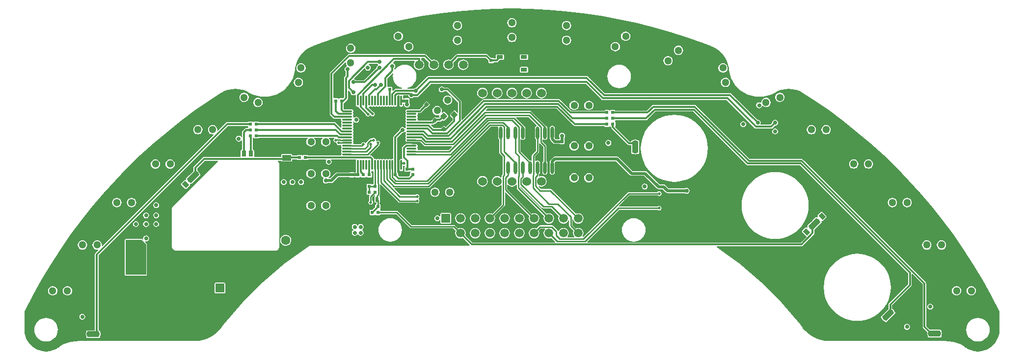
<source format=gbl>
G04 Layer_Physical_Order=4*
G04 Layer_Color=16711680*
%FSLAX44Y44*%
%MOMM*%
G71*
G01*
G75*
%ADD17R,0.6000X0.6000*%
%ADD18R,0.6000X0.6000*%
%ADD19R,1.5000X1.0000*%
%ADD25O,0.6000X2.1500*%
%ADD27C,0.5000*%
%ADD28C,0.3500*%
%ADD29C,0.2500*%
%ADD30C,1.0000*%
%ADD31C,0.3000*%
%ADD32C,1.5240*%
%ADD33C,1.3000*%
%ADD34R,0.8000X1.0000*%
G04:AMPARAMS|DCode=35|XSize=0.8mm|YSize=1mm|CornerRadius=0mm|HoleSize=0mm|Usage=FLASHONLY|Rotation=45.000|XOffset=0mm|YOffset=0mm|HoleType=Round|Shape=Rectangle|*
%AMROTATEDRECTD35*
4,1,4,0.0707,-0.6364,-0.6364,0.0707,-0.0707,0.6364,0.6364,-0.0707,0.0707,-0.6364,0.0*
%
%ADD35ROTATEDRECTD35*%

%ADD36R,1.0000X0.8000*%
%ADD37C,1.5000*%
%ADD38R,1.5000X1.5000*%
%ADD39R,1.5000X1.5000*%
%ADD40C,1.6000*%
%ADD41C,0.5000*%
%ADD42C,0.7000*%
%ADD52R,0.6300X0.8300*%
%ADD53R,2.7700X2.5500*%
%ADD54P,0.8485X4X270.0*%
%ADD55P,0.8485X4X360.0*%
%ADD56R,1.0500X0.6500*%
G04:AMPARAMS|DCode=57|XSize=0.95mm|YSize=0.85mm|CornerRadius=0mm|HoleSize=0mm|Usage=FLASHONLY|Rotation=45.000|XOffset=0mm|YOffset=0mm|HoleType=Round|Shape=Rectangle|*
%AMROTATEDRECTD57*
4,1,4,-0.0353,-0.6364,-0.6364,-0.0353,0.0353,0.6364,0.6364,0.0353,-0.0353,-0.6364,0.0*
%
%ADD57ROTATEDRECTD57*%

%ADD58O,0.3000X1.8000*%
%ADD59O,1.8000X0.3000*%
G36*
X517508Y461025D02*
X517464Y460695D01*
X517739Y458606D01*
X518545Y456660D01*
X519046Y456008D01*
X518599Y454819D01*
X518049Y454710D01*
X516395Y453605D01*
X515290Y451951D01*
X514902Y450000D01*
X515290Y448049D01*
X516395Y446395D01*
X516686Y446201D01*
Y438872D01*
X515157Y437343D01*
X514439Y436268D01*
X514186Y435000D01*
Y401372D01*
X512437Y399624D01*
X507000D01*
X505852Y399148D01*
X505687Y398751D01*
X504313D01*
X504148Y399148D01*
X503000Y399624D01*
X497000D01*
X495814Y400507D01*
Y441128D01*
X516305Y461619D01*
X517508Y461025D01*
D02*
G37*
G36*
X599061Y442633D02*
X598691Y441414D01*
X598301Y437444D01*
X598691Y433474D01*
X599849Y429657D01*
X601730Y426139D01*
X604260Y423056D01*
X607344Y420525D01*
X610862Y418645D01*
X614360Y417584D01*
X614171Y416314D01*
X603429D01*
X602161Y416061D01*
X601086Y415343D01*
X598394Y412651D01*
X597124Y413177D01*
Y418000D01*
X596648Y419148D01*
X595500Y419624D01*
X589534D01*
X589496Y419625D01*
X589290Y419690D01*
X588314Y420507D01*
Y433628D01*
X597972Y443286D01*
X599061Y442633D01*
D02*
G37*
G36*
X571395Y458895D02*
X572340Y458264D01*
Y456736D01*
X571395Y456105D01*
X570290Y454451D01*
X569902Y452500D01*
X569970Y452157D01*
X548628Y430814D01*
X533799D01*
X533605Y431105D01*
X531951Y432210D01*
X531318Y432336D01*
X530900Y433714D01*
X548786Y451600D01*
X550164Y451182D01*
X550290Y450549D01*
X551395Y448895D01*
X553049Y447790D01*
X555000Y447402D01*
X556951Y447790D01*
X558605Y448895D01*
X559710Y450549D01*
X560098Y452500D01*
X559710Y454451D01*
X558605Y456105D01*
X556999Y457178D01*
X556942Y457240D01*
X556547Y458578D01*
X557030Y459186D01*
X571201D01*
X571395Y458895D01*
D02*
G37*
G36*
X620154Y341428D02*
X620174Y341329D01*
X620837Y340337D01*
Y339663D01*
X620174Y338671D01*
X619941Y337500D01*
X620174Y336329D01*
X620837Y335337D01*
Y334663D01*
X620174Y333671D01*
X619941Y332500D01*
X620174Y331329D01*
X620837Y330337D01*
Y329663D01*
X620174Y328671D01*
X619941Y327500D01*
X620174Y326329D01*
X620837Y325337D01*
X621829Y324674D01*
X623000Y324441D01*
X638000D01*
X639170Y324674D01*
X639203Y324696D01*
X645328D01*
X652007Y318017D01*
X652917Y317410D01*
X653990Y317196D01*
X699728D01*
X700214Y316023D01*
X694495Y310304D01*
X641668D01*
X641336Y310708D01*
X640874Y311574D01*
X641059Y312500D01*
X640826Y313671D01*
X640557Y314073D01*
X640163Y315337D01*
X640826Y316329D01*
X641059Y317500D01*
X640826Y318671D01*
X640163Y319663D01*
X639170Y320326D01*
X638000Y320559D01*
X631772D01*
X631768Y320561D01*
X630500Y320814D01*
X621283D01*
X620014Y320561D01*
X618939Y319843D01*
X615157Y316061D01*
X614439Y314986D01*
X614186Y313718D01*
Y297500D01*
X614439Y296232D01*
X614911Y295524D01*
X613996Y294609D01*
X613671Y294826D01*
X612500Y295059D01*
X611329Y294826D01*
X610337Y294163D01*
X609674Y293171D01*
X609441Y292000D01*
Y287500D01*
Y277000D01*
X609674Y275830D01*
X610337Y274837D01*
X611329Y274174D01*
X612500Y273941D01*
X613671Y274174D01*
X614663Y274837D01*
X615326Y275830D01*
X615559Y277000D01*
Y282575D01*
X616829Y283555D01*
X617500Y283422D01*
X618045Y283530D01*
X619162Y282574D01*
X619067Y281944D01*
X618352Y281648D01*
X617876Y280500D01*
Y274500D01*
X618352Y273352D01*
X619500Y272876D01*
X625500D01*
X626648Y273352D01*
X628006Y273521D01*
X628536Y272986D01*
X628371Y271656D01*
X628352Y271648D01*
X627876Y270500D01*
Y266966D01*
X625474Y264564D01*
X609526D01*
X607124Y266966D01*
Y270500D01*
X606648Y271648D01*
X605814Y271994D01*
Y284500D01*
Y331128D01*
X614657Y339970D01*
X615000Y339902D01*
X616951Y340290D01*
X618605Y341395D01*
X618806Y341697D01*
X620154Y341428D01*
D02*
G37*
G36*
X779942Y349699D02*
X779945Y349426D01*
X779612Y347750D01*
Y332250D01*
X779961Y330494D01*
X780956Y329006D01*
X781396Y328711D01*
Y305800D01*
X781610Y304727D01*
X782217Y303817D01*
X787196Y298839D01*
Y268161D01*
X786636Y267601D01*
X786028Y266691D01*
X785815Y265618D01*
Y263256D01*
X784545Y262908D01*
X782848Y264210D01*
X780629Y265129D01*
X778249Y265443D01*
X775868Y265129D01*
X773649Y264210D01*
X771744Y262748D01*
X770282Y260843D01*
X769363Y258625D01*
X769050Y256244D01*
X769363Y253863D01*
X770282Y251645D01*
X771744Y249739D01*
X773649Y248278D01*
X775868Y247359D01*
X778249Y247045D01*
X780629Y247359D01*
X782848Y248278D01*
X784545Y249580D01*
X785815Y249232D01*
Y216574D01*
X769634Y200394D01*
X767899Y201112D01*
X765550Y201422D01*
X763201Y201112D01*
X761011Y200205D01*
X759131Y198763D01*
X757689Y196883D01*
X756782Y194693D01*
X756472Y192344D01*
X756782Y189994D01*
X757689Y187805D01*
X759131Y185925D01*
X761011Y184482D01*
X763201Y183576D01*
X765550Y183266D01*
X767899Y183576D01*
X770089Y184482D01*
X771969Y185925D01*
X773411Y187805D01*
X774318Y189994D01*
X774628Y192344D01*
X774318Y194693D01*
X773600Y196428D01*
X790601Y213430D01*
X791209Y214339D01*
X791422Y215412D01*
Y237047D01*
X792596Y237533D01*
X833700Y196428D01*
X832982Y194693D01*
X832672Y192344D01*
X832982Y189994D01*
X833889Y187805D01*
X835331Y185925D01*
X837211Y184482D01*
X839400Y183576D01*
X841750Y183266D01*
X844100Y183576D01*
X846289Y184482D01*
X848169Y185925D01*
X849612Y187805D01*
X850518Y189994D01*
X850828Y192344D01*
X850518Y194693D01*
X849612Y196883D01*
X848169Y198763D01*
X846289Y200205D01*
X844100Y201112D01*
X841750Y201422D01*
X839400Y201112D01*
X837666Y200394D01*
X795422Y242637D01*
Y249897D01*
X796692Y250328D01*
X797144Y249739D01*
X799049Y248278D01*
X801268Y247359D01*
X803649Y247045D01*
X806029Y247359D01*
X808248Y248278D01*
X810153Y249739D01*
X810605Y250328D01*
X811875Y249897D01*
Y244815D01*
X812088Y243742D01*
X812696Y242833D01*
X859100Y196428D01*
X858382Y194693D01*
X858072Y192344D01*
X858382Y189994D01*
X859289Y187805D01*
X860731Y185925D01*
X862611Y184482D01*
X864800Y183576D01*
X867150Y183266D01*
X869500Y183576D01*
X871689Y184482D01*
X873569Y185925D01*
X875012Y187805D01*
X875918Y189994D01*
X876228Y192344D01*
X875918Y194693D01*
X875012Y196883D01*
X873569Y198763D01*
X871689Y200205D01*
X869500Y201112D01*
X867150Y201422D01*
X864800Y201112D01*
X863066Y200394D01*
X817739Y245720D01*
X817827Y246412D01*
X819164Y246871D01*
X855517Y210517D01*
X856427Y209910D01*
X857500Y209696D01*
X871233D01*
X884500Y196428D01*
X883782Y194693D01*
X883472Y192344D01*
X883782Y189994D01*
X884689Y187805D01*
X886131Y185925D01*
X888011Y184482D01*
X890201Y183576D01*
X892550Y183266D01*
X894900Y183576D01*
X897089Y184482D01*
X898969Y185925D01*
X900412Y187805D01*
X900926Y189048D01*
X902196Y188795D01*
Y179894D01*
X902410Y178821D01*
X903017Y177911D01*
X909900Y171028D01*
X909182Y169293D01*
X908872Y166944D01*
X909182Y164594D01*
X910089Y162405D01*
X911345Y160768D01*
X910964Y159498D01*
X899536D01*
X899155Y160768D01*
X900412Y162405D01*
X901318Y164594D01*
X901628Y166944D01*
X901318Y169293D01*
X900412Y171483D01*
X898969Y173363D01*
X897089Y174805D01*
X894900Y175712D01*
X892550Y176021D01*
X890201Y175712D01*
X888011Y174805D01*
X886131Y173363D01*
X884689Y171483D01*
X884286Y170512D01*
X884013Y170433D01*
X882590Y171073D01*
X881983Y171983D01*
X874483Y179483D01*
X873573Y180090D01*
X872500Y180304D01*
X852306D01*
X851233Y180090D01*
X850323Y179483D01*
X845834Y174994D01*
X844100Y175712D01*
X841750Y176021D01*
X839400Y175712D01*
X837211Y174805D01*
X835331Y173363D01*
X833889Y171483D01*
X832982Y169293D01*
X832672Y166944D01*
X832982Y164594D01*
X833889Y162405D01*
X835331Y160525D01*
X837211Y159082D01*
X839400Y158176D01*
X841750Y157866D01*
X844100Y158176D01*
X846289Y159082D01*
X848169Y160525D01*
X849612Y162405D01*
X850518Y164594D01*
X850828Y166944D01*
X850518Y169293D01*
X849800Y171028D01*
X853467Y174696D01*
X860493D01*
X860901Y173493D01*
X860731Y173363D01*
X859289Y171483D01*
X858382Y169293D01*
X858072Y166944D01*
X858382Y164594D01*
X859289Y162405D01*
X860731Y160525D01*
X862611Y159082D01*
X864800Y158176D01*
X867150Y157866D01*
X869500Y158176D01*
X871234Y158894D01*
X878300Y151829D01*
X877774Y150559D01*
X735461D01*
X722905Y163114D01*
X723518Y164594D01*
X723828Y166944D01*
X723518Y169293D01*
X722611Y171483D01*
X721169Y173363D01*
X719289Y174805D01*
X717100Y175712D01*
X714750Y176021D01*
X712401Y175712D01*
X710666Y174994D01*
X705583Y180077D01*
X704673Y180684D01*
X703600Y180898D01*
X630568D01*
X606983Y204483D01*
X606073Y205090D01*
X605000Y205304D01*
X577124D01*
Y205500D01*
X576648Y206648D01*
X576251Y206813D01*
Y208187D01*
X576648Y208352D01*
X577124Y209500D01*
Y215500D01*
X576648Y216648D01*
X575500Y217124D01*
X575304D01*
Y219663D01*
X575398Y219702D01*
X575874Y220850D01*
Y229150D01*
X575398Y230298D01*
X575481Y231639D01*
X575840Y232177D01*
X576054Y233250D01*
Y250185D01*
X577324Y250711D01*
X607517Y220517D01*
X608427Y219910D01*
X609500Y219696D01*
X637063D01*
X637116Y219616D01*
X638439Y218732D01*
X640000Y218422D01*
X641561Y218732D01*
X642884Y219616D01*
X643768Y220939D01*
X644078Y222500D01*
X643768Y224061D01*
X642884Y225384D01*
X642538Y225615D01*
Y226885D01*
X642884Y227116D01*
X643768Y228439D01*
X644078Y230000D01*
X643768Y231561D01*
X642884Y232884D01*
X641561Y233768D01*
X640000Y234078D01*
X638439Y233768D01*
X637116Y232884D01*
X637063Y232804D01*
X611161D01*
X600539Y243426D01*
X601065Y244696D01*
X660000D01*
X661073Y244910D01*
X661983Y245517D01*
X767161Y350696D01*
X779409D01*
X779942Y349699D01*
D02*
G37*
G36*
X497165Y330416D02*
X497116Y330384D01*
X496232Y329061D01*
X495922Y327500D01*
X496232Y325939D01*
X497116Y324616D01*
X498439Y323732D01*
X500000Y323422D01*
X500029Y323428D01*
X500928Y322529D01*
X500922Y322500D01*
X501232Y320939D01*
X502116Y319616D01*
X503439Y318732D01*
X505000Y318422D01*
X506561Y318732D01*
X507480Y319346D01*
X508750Y318975D01*
X508886Y318875D01*
X509125Y318426D01*
X508941Y317500D01*
X509174Y316329D01*
X509837Y315337D01*
Y314663D01*
X509174Y313671D01*
X508941Y312500D01*
X509174Y311329D01*
X509837Y310337D01*
Y309663D01*
X509174Y308671D01*
X508941Y307500D01*
X509174Y306329D01*
X509837Y305337D01*
Y304663D01*
X509174Y303671D01*
X508941Y302500D01*
X509024Y302084D01*
X508108Y300814D01*
X451994D01*
X451648Y301648D01*
X450500Y302124D01*
X444500D01*
X443352Y301648D01*
X443187Y301251D01*
X441813D01*
X441648Y301648D01*
X440500Y302124D01*
X434500D01*
X433352Y301648D01*
X433006Y300814D01*
X424124D01*
Y302000D01*
X423648Y303148D01*
X422500Y303624D01*
X407500D01*
X406352Y303148D01*
X405876Y302000D01*
Y298314D01*
X359898D01*
X359193Y299370D01*
X359224Y299444D01*
Y309444D01*
X358748Y310592D01*
X357600Y311068D01*
X356659D01*
Y330877D01*
X356813Y331249D01*
X358187D01*
X358352Y330852D01*
X359500Y330376D01*
X365500D01*
X366648Y330852D01*
X366994Y331686D01*
X451184D01*
X451615Y330416D01*
X451315Y330186D01*
X450033Y328515D01*
X449227Y326569D01*
X448952Y324481D01*
X449227Y322392D01*
X450033Y320446D01*
X451315Y318775D01*
X452986Y317493D01*
X454932Y316687D01*
X457021Y316412D01*
X459109Y316687D01*
X461055Y317493D01*
X462726Y318775D01*
X464009Y320446D01*
X464815Y322392D01*
X465090Y324481D01*
X464815Y326569D01*
X464009Y328515D01*
X462726Y330186D01*
X462427Y330416D01*
X462858Y331686D01*
X476584D01*
X477015Y330416D01*
X476715Y330186D01*
X475433Y328515D01*
X474627Y326569D01*
X474352Y324481D01*
X474627Y322392D01*
X475433Y320446D01*
X476715Y318775D01*
X478386Y317493D01*
X480332Y316687D01*
X482421Y316412D01*
X484509Y316687D01*
X486455Y317493D01*
X488126Y318775D01*
X489409Y320446D01*
X490215Y322392D01*
X490490Y324481D01*
X490215Y326569D01*
X489409Y328515D01*
X488126Y330186D01*
X487827Y330416D01*
X488258Y331686D01*
X496780D01*
X497165Y330416D01*
D02*
G37*
G36*
X846396Y353221D02*
X846068Y352139D01*
X845877Y351944D01*
X844456Y350994D01*
X843461Y349506D01*
X843112Y347750D01*
Y332250D01*
X843461Y330494D01*
X844456Y329006D01*
X844896Y328711D01*
Y308861D01*
X838767Y302733D01*
X838160Y301823D01*
X837946Y300750D01*
Y292541D01*
X836949Y292008D01*
X836676Y292005D01*
X835000Y292338D01*
X834272Y292193D01*
X818045Y308421D01*
Y328270D01*
X818393Y328524D01*
X819315Y328833D01*
X820544Y328011D01*
X822300Y327662D01*
X824056Y328011D01*
X825544Y329006D01*
X826539Y330494D01*
X826888Y332250D01*
Y347750D01*
X826539Y349506D01*
X825544Y350994D01*
X824699Y351559D01*
X824283Y352183D01*
X810442Y366023D01*
X810928Y367196D01*
X832420D01*
X846396Y353221D01*
D02*
G37*
G36*
X834314Y554191D02*
X864947Y552686D01*
X895515Y550179D01*
X925984Y546674D01*
X956322Y542174D01*
X986497Y536683D01*
X1016475Y530209D01*
X1046226Y522756D01*
X1075717Y514335D01*
X1104917Y504953D01*
X1133794Y494620D01*
X1147035Y489388D01*
X1148216Y488921D01*
X1149417Y488504D01*
X1154502Y485996D01*
X1159638Y482565D01*
X1164282Y478492D01*
X1168355Y473847D01*
X1171787Y468711D01*
X1174519Y463171D01*
X1176505Y457322D01*
X1177710Y451263D01*
X1177808Y449763D01*
X1177808D01*
X1177883Y449699D01*
X1177989Y448090D01*
X1179338Y441308D01*
X1181560Y434760D01*
X1184619Y428559D01*
X1188460Y422809D01*
X1193020Y417610D01*
X1198219Y413051D01*
X1203968Y409209D01*
X1210170Y406151D01*
X1216718Y403928D01*
X1223500Y402579D01*
X1230399Y402127D01*
X1237300Y402579D01*
X1244081Y403928D01*
X1250629Y406151D01*
X1255958Y408778D01*
X1256831Y409209D01*
X1257080Y409375D01*
X1258177Y410013D01*
X1262816Y412301D01*
X1268665Y414286D01*
X1274724Y415491D01*
X1280888Y415895D01*
X1287052Y415491D01*
X1293110Y414286D01*
X1298960Y412301D01*
X1304500Y409569D01*
X1306163Y408457D01*
X1306163Y408457D01*
X1306175Y408460D01*
X1324356Y396738D01*
X1349575Y379283D01*
X1374209Y361013D01*
X1398233Y341947D01*
X1421619Y322105D01*
X1444344Y301508D01*
X1466383Y280179D01*
X1487712Y258140D01*
X1508309Y235415D01*
X1528151Y212028D01*
X1547218Y188005D01*
X1565488Y163370D01*
X1582942Y138151D01*
X1599562Y112375D01*
X1615329Y86068D01*
X1630228Y59260D01*
X1644241Y31978D01*
X1644600Y31219D01*
Y1263D01*
X1644600Y1251D01*
X1644600Y0D01*
X1644544Y-1247D01*
X1644182Y-5842D01*
X1642814Y-11540D01*
X1640572Y-16954D01*
X1637510Y-21951D01*
X1633704Y-26407D01*
X1629248Y-30213D01*
X1624251Y-33275D01*
X1618837Y-35517D01*
X1613139Y-36885D01*
X1607297Y-37345D01*
X1601455Y-36885D01*
X1595757Y-35517D01*
X1590343Y-33275D01*
X1585915Y-30562D01*
X1585915Y-30562D01*
X1585915Y-30562D01*
X1585836Y-30575D01*
X1583347Y-28810D01*
X1577179Y-25401D01*
X1570667Y-22703D01*
X1563895Y-20752D01*
X1556947Y-19572D01*
X1549910Y-19176D01*
Y-19222D01*
X1350690D01*
X1350502Y-19259D01*
X1343217Y-18781D01*
X1335873Y-17320D01*
X1328783Y-14913D01*
X1322067Y-11602D01*
X1315841Y-7441D01*
X1310211Y-2504D01*
X1306127Y2153D01*
X1305315Y3094D01*
X1305103Y3389D01*
X1305078Y3406D01*
X1304553Y4100D01*
X1300654Y9251D01*
X1284888Y28461D01*
X1268381Y47038D01*
X1251156Y64952D01*
X1233242Y82176D01*
X1214666Y98684D01*
X1195456Y114449D01*
X1175641Y129448D01*
X1155951Y143171D01*
X1156350Y144441D01*
X1302888D01*
X1302888Y144441D01*
X1304059Y144674D01*
X1305051Y145337D01*
X1324380Y164667D01*
X1324380Y164667D01*
X1325043Y165659D01*
X1325276Y166829D01*
X1325276Y166830D01*
Y173249D01*
X1328204Y176177D01*
X1328272Y176340D01*
X1331223Y179292D01*
X1331386Y179359D01*
X1337043Y185016D01*
X1337519Y186164D01*
X1337043Y187312D01*
X1337929Y188198D01*
X1339077Y187722D01*
X1340225Y188198D01*
X1345882Y193855D01*
X1346358Y195003D01*
X1345882Y196151D01*
X1338811Y203222D01*
X1337663Y203697D01*
X1336515Y203222D01*
X1330858Y197565D01*
X1330383Y196417D01*
X1330858Y195269D01*
X1329972Y194383D01*
X1328824Y194859D01*
X1327676Y194383D01*
X1322019Y188726D01*
X1321952Y188563D01*
X1319000Y185612D01*
X1318837Y185544D01*
X1313180Y179888D01*
X1312705Y178739D01*
X1313180Y177591D01*
X1312294Y176705D01*
X1311146Y177181D01*
X1309998Y176705D01*
X1304341Y171049D01*
X1303866Y169901D01*
X1304341Y168752D01*
X1311180Y161914D01*
X1311517Y160455D01*
X1301621Y150559D01*
X933820D01*
X933294Y151829D01*
X988661Y207196D01*
X1054563D01*
X1054616Y207116D01*
X1055939Y206232D01*
X1057500Y205922D01*
X1059061Y206232D01*
X1060384Y207116D01*
X1061268Y208439D01*
X1061578Y210000D01*
X1061268Y211561D01*
X1060384Y212884D01*
X1059061Y213768D01*
X1057500Y214078D01*
X1055939Y213768D01*
X1054616Y212884D01*
X1054563Y212804D01*
X988565D01*
X988039Y214074D01*
X1006161Y232196D01*
X1054563D01*
X1054616Y232116D01*
X1055939Y231232D01*
X1057500Y230922D01*
X1059061Y231232D01*
X1060384Y232116D01*
X1061268Y233439D01*
X1061578Y235000D01*
X1061268Y236561D01*
X1060384Y237884D01*
X1059061Y238768D01*
X1057500Y239078D01*
X1055939Y238768D01*
X1054616Y237884D01*
X1054563Y237804D01*
X1005000D01*
X1003927Y237590D01*
X1003017Y236983D01*
X926094Y160059D01*
X925690Y160161D01*
X925191Y161596D01*
X925811Y162405D01*
X926718Y164594D01*
X927028Y166944D01*
X926718Y169293D01*
X925811Y171483D01*
X924369Y173363D01*
X922489Y174805D01*
X920300Y175712D01*
X917950Y176021D01*
X915601Y175712D01*
X913866Y174994D01*
X907804Y181055D01*
Y190730D01*
X909074Y190814D01*
X909182Y189994D01*
X910089Y187805D01*
X911531Y185925D01*
X913411Y184482D01*
X915601Y183576D01*
X917950Y183266D01*
X920300Y183576D01*
X922489Y184482D01*
X924369Y185925D01*
X925811Y187805D01*
X926718Y189994D01*
X927028Y192344D01*
X926718Y194693D01*
X925811Y196883D01*
X924369Y198763D01*
X922489Y200205D01*
X920300Y201112D01*
X917950Y201422D01*
X915601Y201112D01*
X913866Y200394D01*
X871983Y242276D01*
X871073Y242884D01*
X870000Y243098D01*
X853361D01*
X849231Y247229D01*
X849849Y248278D01*
X852068Y247359D01*
X854448Y247045D01*
X856829Y247359D01*
X859048Y248278D01*
X860953Y249739D01*
X862415Y251645D01*
X863334Y253863D01*
X863647Y256244D01*
X863334Y258625D01*
X862415Y260843D01*
X860953Y262748D01*
X859048Y264210D01*
X856829Y265129D01*
X854448Y265443D01*
X852068Y265129D01*
X850978Y264678D01*
X850136Y265704D01*
X850290Y265935D01*
X850504Y267008D01*
Y268711D01*
X850944Y269006D01*
X851939Y270494D01*
X852288Y272250D01*
Y287750D01*
X851939Y289506D01*
X850944Y290994D01*
X849456Y291989D01*
X847700Y292338D01*
X845944Y291989D01*
X844824Y291240D01*
X843554Y291757D01*
Y299589D01*
X849683Y305717D01*
X850290Y306627D01*
X850504Y307700D01*
Y321300D01*
X850564Y321348D01*
X851774Y321761D01*
X857596Y315939D01*
Y291289D01*
X857156Y290994D01*
X856161Y289506D01*
X855812Y287750D01*
Y272250D01*
X856161Y270494D01*
X857156Y269006D01*
X858644Y268011D01*
X860400Y267662D01*
X862156Y268011D01*
X863644Y269006D01*
X864639Y270494D01*
X864988Y272250D01*
Y287750D01*
X864639Y289506D01*
X863644Y290994D01*
X863204Y291289D01*
Y317100D01*
X862990Y318173D01*
X862383Y319083D01*
X856254Y325211D01*
Y328243D01*
X857524Y328760D01*
X858644Y328011D01*
X860400Y327662D01*
X862156Y328011D01*
X863644Y329006D01*
X864639Y330494D01*
X864988Y332250D01*
Y347750D01*
X864639Y349506D01*
X863644Y350994D01*
X862156Y351989D01*
X861932Y352034D01*
X836983Y376983D01*
X836073Y377590D01*
X835000Y377804D01*
X758926D01*
X758400Y379074D01*
X761267Y381941D01*
X880369D01*
X909473Y352837D01*
X909473Y352837D01*
X910465Y352174D01*
X911636Y351941D01*
X962901D01*
X963352Y350852D01*
X964500Y350376D01*
X970500D01*
X971648Y350852D01*
X971813Y351249D01*
X973187D01*
X973352Y350852D01*
X974441Y350401D01*
Y350000D01*
X974441Y350000D01*
X974674Y348829D01*
X975337Y347837D01*
X1003397Y319777D01*
X1003397Y319777D01*
X1004389Y319114D01*
X1005560Y318881D01*
X1009726D01*
Y317940D01*
X1009794Y317777D01*
Y313603D01*
X1009726Y313440D01*
Y305440D01*
X1010202Y304292D01*
X1011350Y303816D01*
X1013001D01*
X1013072Y303762D01*
X1014653Y303107D01*
X1016350Y302884D01*
X1018047Y303107D01*
X1019628Y303762D01*
X1019699Y303816D01*
X1021350D01*
X1022498Y304292D01*
X1022974Y305440D01*
Y313440D01*
X1022906Y313603D01*
Y317777D01*
X1022974Y317940D01*
Y325940D01*
X1022498Y327088D01*
X1021350Y327564D01*
X1019699D01*
X1019628Y327618D01*
X1018047Y328273D01*
X1016350Y328496D01*
X1014653Y328273D01*
X1013072Y327618D01*
X1013001Y327564D01*
X1011350D01*
X1010202Y327088D01*
X1009726Y325940D01*
Y324999D01*
X1006827D01*
X981536Y350290D01*
X981648Y350852D01*
X982124Y352000D01*
Y358000D01*
X981648Y359148D01*
X981251Y359313D01*
Y360687D01*
X981648Y360852D01*
X982099Y361941D01*
X1035000D01*
X1035000Y361941D01*
X1036171Y362174D01*
X1037163Y362837D01*
X1051267Y376941D01*
X1116233D01*
X1208337Y284837D01*
X1209330Y284174D01*
X1210500Y283941D01*
X1210500Y283941D01*
X1300369D01*
X1486941Y97369D01*
Y78767D01*
X1454093Y45919D01*
X1453430Y44927D01*
X1453197Y43756D01*
X1453197Y43756D01*
Y35904D01*
X1449269Y31976D01*
X1449202Y31813D01*
X1446250Y28862D01*
X1446087Y28794D01*
X1440430Y23138D01*
X1439955Y21989D01*
X1440430Y20841D01*
X1441598Y19674D01*
X1441610Y19585D01*
X1442265Y18004D01*
X1443306Y16646D01*
X1444664Y15605D01*
X1446246Y14950D01*
X1446334Y14938D01*
X1447501Y13770D01*
X1448649Y13295D01*
X1449798Y13770D01*
X1455454Y19427D01*
X1455522Y19590D01*
X1458473Y22542D01*
X1458636Y22609D01*
X1464293Y28266D01*
X1464769Y29414D01*
X1464293Y30562D01*
X1463125Y31730D01*
X1463114Y31818D01*
X1462459Y33399D01*
X1461417Y34757D01*
X1460059Y35799D01*
X1459315Y36107D01*
Y42489D01*
X1492163Y75337D01*
X1492826Y76329D01*
X1493059Y77500D01*
Y95956D01*
X1494232Y96442D01*
X1511941Y78733D01*
Y5287D01*
X1511941Y5287D01*
X1512174Y4116D01*
X1512837Y3124D01*
X1520076Y-4115D01*
X1519767Y-4859D01*
X1519544Y-6556D01*
X1519767Y-8253D01*
X1520422Y-9834D01*
X1520476Y-9905D01*
Y-11556D01*
X1520952Y-12704D01*
X1522100Y-13180D01*
X1530100D01*
X1530263Y-13112D01*
X1534437D01*
X1534600Y-13180D01*
X1542600D01*
X1543748Y-12704D01*
X1544224Y-11556D01*
Y-9905D01*
X1544278Y-9834D01*
X1544933Y-8253D01*
X1545156Y-6556D01*
X1544933Y-4859D01*
X1544278Y-3278D01*
X1544224Y-3207D01*
Y-1556D01*
X1543748Y-408D01*
X1542600Y68D01*
X1534600D01*
X1534437Y0D01*
X1530263D01*
X1530100Y68D01*
X1524545D01*
X1518059Y6554D01*
Y80000D01*
X1517826Y81171D01*
X1517163Y82163D01*
X1517163Y82163D01*
X1305663Y293663D01*
X1304671Y294326D01*
X1303500Y294559D01*
X1303500Y294559D01*
X1213631D01*
X1121027Y387163D01*
X1120034Y387826D01*
X1118864Y388059D01*
X1118864Y388059D01*
X1047500D01*
X1047500Y388059D01*
X1046329Y387826D01*
X1045337Y387163D01*
X1036233Y378059D01*
X982099D01*
X981648Y379148D01*
X980500Y379624D01*
X974500D01*
X973352Y379148D01*
X973187Y378751D01*
X971813D01*
X971648Y379148D01*
X970500Y379624D01*
X964500D01*
X963352Y379148D01*
X962901Y378059D01*
X905631D01*
X886527Y397163D01*
X885535Y397826D01*
X884364Y398059D01*
X884364Y398059D01*
X755000D01*
X753829Y397826D01*
X752837Y397163D01*
X752837Y397163D01*
X717885Y362211D01*
X716615Y362737D01*
Y393943D01*
X716615Y393944D01*
X716382Y395114D01*
X715719Y396106D01*
X694663Y417163D01*
X693671Y417826D01*
X692500Y418059D01*
X692500Y418059D01*
X686470D01*
X686105Y418605D01*
X684451Y419710D01*
X682500Y420098D01*
X680549Y419710D01*
X678895Y418605D01*
X677790Y416951D01*
X677402Y415000D01*
X677790Y413049D01*
X678895Y411395D01*
X680549Y410290D01*
X682500Y409902D01*
X684451Y410290D01*
X686105Y411395D01*
X686470Y411941D01*
X691233D01*
X710498Y392677D01*
Y375428D01*
X709324Y374942D01*
X705694Y378573D01*
X704546Y379048D01*
X703398Y378573D01*
X696680Y371855D01*
X696205Y370707D01*
X696680Y369559D01*
X700879Y365361D01*
Y361827D01*
X689045Y349993D01*
X687184Y351855D01*
X686036Y352331D01*
X684887Y351855D01*
X681346Y348314D01*
X668873D01*
X664173Y353013D01*
X664659Y354186D01*
X667071D01*
X668339Y354439D01*
X669414Y355157D01*
X670201Y355944D01*
X671036Y355598D01*
X672184Y356074D01*
X675296Y359186D01*
X679368D01*
X680636Y359439D01*
X681711Y360157D01*
X683644Y362089D01*
X684306Y361427D01*
X685454Y360952D01*
X686602Y361427D01*
X693320Y368145D01*
X693795Y369293D01*
X693320Y370441D01*
X687309Y376451D01*
X686161Y376927D01*
X685013Y376451D01*
X683059Y374497D01*
X681982Y375217D01*
X682462Y376375D01*
X682737Y378464D01*
X682462Y380552D01*
X681656Y382498D01*
X680374Y384169D01*
X678703Y385452D01*
X676757Y386258D01*
X674668Y386533D01*
X672580Y386258D01*
X670634Y385452D01*
X668963Y384169D01*
X667680Y382498D01*
X666874Y380552D01*
X666599Y378464D01*
X666874Y376375D01*
X667680Y374429D01*
X668963Y372758D01*
X670634Y371476D01*
X672580Y370670D01*
X674668Y370395D01*
X676757Y370670D01*
X677915Y371149D01*
X678635Y370073D01*
X678296Y369734D01*
X677820Y368586D01*
X678296Y367438D01*
X678958Y366776D01*
X677996Y365814D01*
X673225D01*
X672184Y366855D01*
X671036Y367331D01*
X669887Y366855D01*
X665645Y362612D01*
X665169Y361465D01*
X664734Y360814D01*
X641892D01*
X640976Y362084D01*
X641059Y362500D01*
X640826Y363671D01*
X640163Y364663D01*
Y365337D01*
X640826Y366329D01*
X641059Y367500D01*
X640826Y368671D01*
X640163Y369663D01*
Y370337D01*
X640826Y371329D01*
X641059Y372500D01*
X640976Y372916D01*
X641892Y374186D01*
X645000D01*
X646268Y374439D01*
X647343Y375157D01*
X655630Y383444D01*
X656464Y383098D01*
X657613Y383574D01*
X661855Y387816D01*
X662331Y388965D01*
X661855Y390112D01*
X657613Y394355D01*
X656464Y394831D01*
X655316Y394355D01*
X651074Y390112D01*
X650598Y388965D01*
X650944Y388130D01*
X643627Y380814D01*
X630500D01*
X629232Y380561D01*
X629228Y380559D01*
X623000D01*
X621829Y380326D01*
X620837Y379663D01*
X620174Y378671D01*
X619941Y377500D01*
X620174Y376329D01*
X620443Y375927D01*
X620837Y374663D01*
X620174Y373671D01*
X619941Y372500D01*
X620174Y371329D01*
X620837Y370337D01*
Y369663D01*
X620174Y368671D01*
X619941Y367500D01*
X620174Y366329D01*
X620837Y365337D01*
Y364663D01*
X620174Y363671D01*
X619941Y362500D01*
X620174Y361329D01*
X620837Y360337D01*
Y359663D01*
X620174Y358671D01*
X619941Y357500D01*
X620174Y356329D01*
X620837Y355337D01*
Y354663D01*
X620174Y353671D01*
X619941Y352500D01*
X620174Y351329D01*
X620837Y350337D01*
Y349663D01*
X620174Y348671D01*
X620154Y348572D01*
X618806Y348303D01*
X618605Y348605D01*
X616951Y349710D01*
X615000Y350098D01*
X613049Y349710D01*
X611395Y348605D01*
X610290Y346951D01*
X609902Y345000D01*
X609970Y344657D01*
X600157Y334843D01*
X599439Y333768D01*
X599186Y332500D01*
Y295892D01*
X597916Y294976D01*
X597500Y295059D01*
X596329Y294826D01*
X595337Y294163D01*
X594663D01*
X593671Y294826D01*
X592500Y295059D01*
X591329Y294826D01*
X590337Y294163D01*
X589073Y294557D01*
X588671Y294826D01*
X587500Y295059D01*
X586329Y294826D01*
X585337Y294163D01*
X584663D01*
X583671Y294826D01*
X582500Y295059D01*
X581329Y294826D01*
X580337Y294163D01*
X579663D01*
X578671Y294826D01*
X577500Y295059D01*
X576329Y294826D01*
X575337Y294163D01*
X574663D01*
X573671Y294826D01*
X572500Y295059D01*
X571329Y294826D01*
X570337Y294163D01*
X569663D01*
X568671Y294826D01*
X567500Y295059D01*
X567084Y294976D01*
X566221Y294992D01*
X565638Y295885D01*
X565561Y296268D01*
X564843Y297343D01*
X562343Y299843D01*
X561268Y300561D01*
X560000Y300814D01*
X558938D01*
X558452Y301987D01*
X574483Y318017D01*
X575090Y318927D01*
X575204Y319496D01*
X575384Y319616D01*
X576268Y320939D01*
X576578Y322500D01*
X576268Y324061D01*
X575384Y325384D01*
X574061Y326268D01*
X572500Y326578D01*
X570939Y326268D01*
X569963Y325615D01*
X568849Y326348D01*
X569078Y327500D01*
X568768Y329061D01*
X567884Y330384D01*
X566561Y331268D01*
X565000Y331578D01*
X563439Y331268D01*
X562116Y330384D01*
X562063Y330304D01*
X560000D01*
X558927Y330090D01*
X558017Y329483D01*
X552767Y324233D01*
X552160Y323323D01*
X552035Y322698D01*
X550725Y322373D01*
X550384Y322884D01*
X549061Y323768D01*
X547500Y324078D01*
X545939Y323768D01*
X544616Y322884D01*
X543732Y321561D01*
X543482Y320304D01*
X530668D01*
X530336Y320708D01*
X529874Y321574D01*
X530059Y322500D01*
X529826Y323671D01*
X529557Y324073D01*
X529163Y325337D01*
X529826Y326329D01*
X530059Y327500D01*
X529826Y328671D01*
X529163Y329663D01*
Y330337D01*
X529826Y331329D01*
X530059Y332500D01*
X529826Y333671D01*
X529163Y334663D01*
Y335337D01*
X529826Y336329D01*
X530059Y337500D01*
X529826Y338671D01*
X529163Y339663D01*
X529557Y340927D01*
X529826Y341329D01*
X530059Y342500D01*
X529826Y343671D01*
X529163Y344663D01*
Y345337D01*
X529826Y346329D01*
X530059Y347500D01*
X529826Y348671D01*
X529163Y349663D01*
Y350337D01*
X529826Y351329D01*
X530059Y352500D01*
X529826Y353671D01*
X529163Y354663D01*
Y355337D01*
X529826Y356329D01*
X530059Y357500D01*
X529826Y358671D01*
X529610Y358993D01*
X529703Y359141D01*
X531216Y359164D01*
X531395Y358895D01*
X533049Y357790D01*
X535000Y357402D01*
X536951Y357790D01*
X538605Y358895D01*
X539710Y360549D01*
X540098Y362500D01*
X539710Y364451D01*
X538605Y366105D01*
X536951Y367210D01*
X535000Y367598D01*
X533049Y367210D01*
X531395Y366105D01*
X531216Y365836D01*
X529703Y365859D01*
X529610Y366007D01*
X529826Y366329D01*
X530059Y367500D01*
X529826Y368671D01*
X529163Y369663D01*
Y370337D01*
X529826Y371329D01*
X530059Y372500D01*
X529826Y373671D01*
X529163Y374663D01*
X529557Y375927D01*
X529826Y376329D01*
X530059Y377500D01*
X529826Y378671D01*
X529163Y379663D01*
X528171Y380326D01*
X527000Y380559D01*
X520772D01*
X520768Y380561D01*
X519500Y380814D01*
X513872D01*
X513314Y381372D01*
Y390506D01*
X514148Y390852D01*
X514624Y392000D01*
Y392510D01*
X514843Y392657D01*
X519843Y397657D01*
X520561Y398732D01*
X520814Y400000D01*
Y412841D01*
X521987Y413327D01*
X524970Y410343D01*
X524902Y410000D01*
X525290Y408049D01*
X526395Y406395D01*
X528049Y405290D01*
X530000Y404902D01*
X531951Y405290D01*
X533102Y406059D01*
X534245Y405296D01*
X534186Y405000D01*
Y395500D01*
X534439Y394232D01*
X534441Y394228D01*
Y388000D01*
X534674Y386829D01*
X535337Y385837D01*
X536329Y385174D01*
X537500Y384941D01*
X538171Y385075D01*
X538808Y385037D01*
X539588Y384260D01*
X539674Y383829D01*
X540337Y382837D01*
X551233Y371941D01*
X551482Y370689D01*
X552366Y369366D01*
X553689Y368482D01*
X555250Y368172D01*
X556811Y368482D01*
X558134Y369366D01*
X558570Y370019D01*
X560085Y370038D01*
X560366Y369616D01*
X561689Y368732D01*
X563250Y368422D01*
X564811Y368732D01*
X566134Y369616D01*
X567018Y370939D01*
X567328Y372500D01*
X567018Y374061D01*
X566134Y375384D01*
X564811Y376268D01*
X563559Y376517D01*
X556164Y383912D01*
X556772Y385050D01*
X556829Y385075D01*
X557500Y384941D01*
X558671Y385174D01*
X559663Y385837D01*
X560337D01*
X561329Y385174D01*
X562500Y384941D01*
X563671Y385174D01*
X564663Y385837D01*
X565337D01*
X566329Y385174D01*
X567500Y384941D01*
X568671Y385174D01*
X569663Y385837D01*
X570337D01*
X571329Y385174D01*
X572500Y384941D01*
X573671Y385174D01*
X574073Y385443D01*
X575337Y385837D01*
X576329Y385174D01*
X577500Y384941D01*
X578671Y385174D01*
X579663Y385837D01*
X580337D01*
X581329Y385174D01*
X582500Y384941D01*
X583671Y385174D01*
X584073Y385443D01*
X585337Y385837D01*
X586329Y385174D01*
X587500Y384941D01*
X588671Y385174D01*
X589663Y385837D01*
X590337D01*
X591329Y385174D01*
X592500Y384941D01*
X593671Y385174D01*
X594663Y385837D01*
X595337D01*
X596329Y385174D01*
X597500Y384941D01*
X598671Y385174D01*
X599663Y385837D01*
X600337D01*
X601329Y385174D01*
X602500Y384941D01*
X603671Y385174D01*
X604663Y385837D01*
X605326Y386829D01*
X605559Y388000D01*
Y394228D01*
X605561Y394232D01*
X605814Y395500D01*
Y403627D01*
X606873Y404686D01*
X608607D01*
X609524Y403416D01*
X609441Y403000D01*
Y395098D01*
X609422Y395000D01*
X609441Y394902D01*
Y388000D01*
X609674Y386829D01*
X610337Y385837D01*
X611329Y385174D01*
X612500Y384941D01*
X613671Y385174D01*
X614663Y385837D01*
X615326Y386829D01*
X615559Y388000D01*
Y390000D01*
X616474Y390880D01*
X616798Y390868D01*
X617580Y389893D01*
X617402Y389000D01*
X617790Y387049D01*
X618895Y385395D01*
X620549Y384290D01*
X622500Y383902D01*
X624451Y384290D01*
X626105Y385395D01*
X627210Y387049D01*
X627598Y389000D01*
X627210Y390951D01*
X626888Y391432D01*
X627124Y392000D01*
Y398000D01*
X626648Y399148D01*
X625500Y399624D01*
X619500D01*
X618352Y399148D01*
X618323Y399078D01*
X615559D01*
Y403000D01*
X615476Y403416D01*
X616392Y404686D01*
X624964D01*
X625290Y403049D01*
X626395Y401395D01*
X628049Y400290D01*
X630000Y399902D01*
X631951Y400290D01*
X633605Y401395D01*
X633799Y401686D01*
X640000D01*
X641268Y401939D01*
X642343Y402657D01*
X663873Y424186D01*
X931127D01*
X957657Y397657D01*
X958732Y396939D01*
X960000Y396686D01*
X1173627D01*
X1221907Y348407D01*
X1222982Y347689D01*
X1224250Y347436D01*
X1250750D01*
X1252018Y347689D01*
X1253093Y348407D01*
X1257157Y352470D01*
X1257500Y352402D01*
X1259451Y352790D01*
X1261105Y353895D01*
X1262210Y355549D01*
X1262598Y357500D01*
X1262210Y359451D01*
X1261105Y361105D01*
X1259451Y362210D01*
X1257500Y362598D01*
X1255549Y362210D01*
X1253895Y361105D01*
X1252790Y359451D01*
X1252402Y357500D01*
X1252470Y357157D01*
X1249377Y354064D01*
X1232564D01*
X1231966Y355184D01*
X1232210Y355549D01*
X1232598Y357500D01*
X1232210Y359451D01*
X1231105Y361105D01*
X1229451Y362210D01*
X1227500Y362598D01*
X1227157Y362530D01*
X1182343Y407343D01*
X1181268Y408061D01*
X1180000Y408314D01*
X963873D01*
X934843Y437343D01*
X933768Y438061D01*
X932500Y438314D01*
X660000D01*
X658732Y438061D01*
X657657Y437343D01*
X637843Y417530D01*
X637500Y417598D01*
X635549Y417210D01*
X634208Y416314D01*
X623125D01*
X622937Y417584D01*
X626435Y418645D01*
X629953Y420525D01*
X633037Y423056D01*
X635567Y426139D01*
X637448Y429657D01*
X638605Y433474D01*
X638996Y437444D01*
X638605Y441414D01*
X637448Y445231D01*
X635567Y448749D01*
X633037Y451832D01*
X629953Y454363D01*
X626435Y456243D01*
X622618Y457401D01*
X618648Y457792D01*
X614679Y457401D01*
X610862Y456243D01*
X607344Y454363D01*
X604260Y451832D01*
X602084Y449180D01*
X600814Y449634D01*
Y451201D01*
X601105Y451395D01*
X602210Y453049D01*
X602598Y455000D01*
X602210Y456951D01*
X601105Y458605D01*
X599451Y459710D01*
X598818Y459836D01*
X598400Y461214D01*
X601373Y464186D01*
X635586D01*
X636212Y462916D01*
X635539Y462039D01*
X634632Y459850D01*
X634322Y457500D01*
X634632Y455150D01*
X635539Y452961D01*
X636981Y451081D01*
X638861Y449638D01*
X641050Y448732D01*
X643400Y448422D01*
X645750Y448732D01*
X647939Y449638D01*
X649819Y451081D01*
X651262Y452961D01*
X652168Y455150D01*
X652478Y457500D01*
X652168Y459850D01*
X651262Y462039D01*
X649819Y463919D01*
X647939Y465362D01*
X646714Y465869D01*
Y467500D01*
X646631Y467916D01*
X647593Y469186D01*
X652428D01*
X660539Y461075D01*
X660032Y459850D01*
X659722Y457500D01*
X660032Y455150D01*
X660939Y452961D01*
X662381Y451081D01*
X664261Y449638D01*
X666451Y448732D01*
X668800Y448422D01*
X671150Y448732D01*
X673339Y449638D01*
X675219Y451081D01*
X676662Y452961D01*
X677568Y455150D01*
X677878Y457500D01*
X677568Y459850D01*
X676662Y462039D01*
X675219Y463919D01*
X673339Y465362D01*
X671150Y466268D01*
X668800Y466578D01*
X666451Y466268D01*
X665225Y465761D01*
X656143Y474843D01*
X655068Y475561D01*
X653800Y475814D01*
X522500D01*
X521232Y475561D01*
X520157Y474843D01*
X490157Y444843D01*
X489439Y443768D01*
X489186Y442500D01*
Y372500D01*
X489439Y371232D01*
X490157Y370157D01*
X495157Y365157D01*
X496232Y364439D01*
X497500Y364186D01*
X508108D01*
X509024Y362916D01*
X508941Y362500D01*
X509174Y361329D01*
X509837Y360337D01*
Y359663D01*
X509174Y358671D01*
X508941Y357500D01*
X509174Y356329D01*
X509837Y355337D01*
Y354663D01*
X509174Y353671D01*
X508941Y352500D01*
X509174Y351329D01*
X509698Y350545D01*
X509277Y349300D01*
X508067Y349119D01*
X499843Y357343D01*
X498768Y358061D01*
X497500Y358314D01*
X366994D01*
X366648Y359148D01*
X365500Y359624D01*
X359500D01*
X358352Y359148D01*
X358187Y358751D01*
X356813D01*
X356648Y359148D01*
X355500Y359624D01*
X349500D01*
X348352Y359148D01*
X348006Y358314D01*
X312500D01*
X311232Y358061D01*
X310157Y357343D01*
X296440Y343626D01*
X295237Y344219D01*
X295411Y345539D01*
X295136Y347628D01*
X294330Y349574D01*
X293047Y351245D01*
X291376Y352527D01*
X289430Y353333D01*
X287342Y353608D01*
X285253Y353333D01*
X283307Y352527D01*
X281636Y351245D01*
X280354Y349574D01*
X279548Y347628D01*
X279273Y345539D01*
X279548Y343451D01*
X280354Y341505D01*
X281636Y339834D01*
X283307Y338551D01*
X285253Y337745D01*
X287342Y337470D01*
X288662Y337644D01*
X289255Y336441D01*
X97331Y144517D01*
X96128Y145111D01*
X96302Y146431D01*
X96027Y148519D01*
X95221Y150465D01*
X93939Y152136D01*
X92268Y153419D01*
X90322Y154225D01*
X88233Y154500D01*
X86145Y154225D01*
X84199Y153419D01*
X82528Y152136D01*
X81245Y150465D01*
X80439Y148519D01*
X80164Y146431D01*
X80439Y144342D01*
X81245Y142396D01*
X82528Y140725D01*
X84199Y139443D01*
X86145Y138637D01*
X88233Y138362D01*
X89553Y138535D01*
X90146Y137332D01*
X85257Y132443D01*
X84539Y131368D01*
X84286Y130100D01*
Y-932D01*
X83600D01*
X83437Y-1000D01*
X79263D01*
X79100Y-932D01*
X71100D01*
X69952Y-1408D01*
X69476Y-2556D01*
Y-4207D01*
X69422Y-4278D01*
X68767Y-5859D01*
X68544Y-7556D01*
X68767Y-9253D01*
X69422Y-10834D01*
X69476Y-10905D01*
Y-12556D01*
X69952Y-13704D01*
X71100Y-14180D01*
X79100D01*
X79263Y-14112D01*
X83437D01*
X83600Y-14180D01*
X91600D01*
X92748Y-13704D01*
X93224Y-12556D01*
Y-10905D01*
X93278Y-10834D01*
X93933Y-9253D01*
X94156Y-7556D01*
X93933Y-5859D01*
X93278Y-4278D01*
X93224Y-4207D01*
Y-2556D01*
X92748Y-1408D01*
X91600Y-932D01*
X90914D01*
Y128727D01*
X313873Y351686D01*
X348006D01*
X348352Y350852D01*
X348749Y350687D01*
Y349313D01*
X348352Y349148D01*
X347901Y348059D01*
X345000D01*
X345000Y348059D01*
X343829Y347826D01*
X342837Y347163D01*
X342837Y347163D01*
X338937Y343263D01*
X338274Y342270D01*
X338041Y341100D01*
X338041Y341100D01*
Y332993D01*
X336771Y332608D01*
X336105Y333605D01*
X334451Y334710D01*
X332500Y335098D01*
X330549Y334710D01*
X328895Y333605D01*
X327790Y331951D01*
X327402Y330000D01*
X327790Y328049D01*
X328895Y326395D01*
X330549Y325290D01*
X332500Y324902D01*
X334451Y325290D01*
X336105Y326395D01*
X336771Y327392D01*
X338041Y327007D01*
Y311068D01*
X337100D01*
X335952Y310592D01*
X335476Y309444D01*
Y299444D01*
X335507Y299370D01*
X334801Y298314D01*
X272500D01*
X271232Y298061D01*
X270157Y297343D01*
X255157Y282343D01*
X254439Y281268D01*
X254186Y280000D01*
Y279605D01*
X254169Y279517D01*
Y273886D01*
X250746Y270463D01*
X250678Y270300D01*
X247727Y267348D01*
X247564Y267281D01*
X241907Y261624D01*
X241431Y260476D01*
X241907Y259328D01*
X241021Y258442D01*
X239873Y258918D01*
X238725Y258442D01*
X233068Y252785D01*
X232592Y251637D01*
X233068Y250489D01*
X240139Y243418D01*
X241287Y242943D01*
X242435Y243418D01*
X248092Y249075D01*
X248568Y250223D01*
X248092Y251371D01*
X248978Y252257D01*
X250126Y251781D01*
X251274Y252257D01*
X256931Y257914D01*
X256998Y258077D01*
X259950Y261028D01*
X260113Y261096D01*
X265770Y266752D01*
X266245Y267901D01*
X265770Y269049D01*
X264602Y270216D01*
X264590Y270305D01*
X263935Y271886D01*
X262894Y273244D01*
X261536Y274285D01*
X260796Y274592D01*
Y278610D01*
X273873Y291686D01*
X296168D01*
X296694Y290416D01*
X217739Y211461D01*
X217131Y210551D01*
X216917Y209478D01*
Y144478D01*
X216917Y144478D01*
X216904D01*
X217171Y142455D01*
X217952Y140570D01*
X219194Y138951D01*
X220813Y137709D01*
X222698Y136928D01*
X224721Y136661D01*
Y136674D01*
X394721D01*
X394721Y136674D01*
Y136661D01*
X396744Y136928D01*
X398630Y137709D01*
X400249Y138951D01*
X401491Y140570D01*
X402272Y142455D01*
X402538Y144478D01*
X402525D01*
Y284478D01*
X402525Y284478D01*
X402538D01*
X402272Y286501D01*
X401491Y288387D01*
X400249Y290006D01*
X399713Y290416D01*
X400145Y291686D01*
X406006D01*
X406352Y290852D01*
X407500Y290376D01*
X422500D01*
X423648Y290852D01*
X424124Y292000D01*
Y294186D01*
X433006D01*
X433352Y293352D01*
X434500Y292876D01*
X440500D01*
X441648Y293352D01*
X441813Y293749D01*
X443187D01*
X443352Y293352D01*
X444500Y292876D01*
X450500D01*
X451648Y293352D01*
X451994Y294186D01*
X482756D01*
X483435Y292916D01*
X482790Y291951D01*
X482402Y290000D01*
X482790Y288049D01*
X483895Y286395D01*
X485549Y285290D01*
X487500Y284902D01*
X489451Y285290D01*
X491105Y286395D01*
X492210Y288049D01*
X492598Y290000D01*
X492210Y291951D01*
X491565Y292916D01*
X492244Y294186D01*
X533825D01*
X534151Y293797D01*
X534623Y292916D01*
X534441Y292000D01*
Y284500D01*
Y272099D01*
X533352Y271648D01*
X533323Y271578D01*
X531677D01*
X531648Y271648D01*
X530500Y272124D01*
X524500D01*
X523352Y271648D01*
X523323Y271578D01*
X502500D01*
X500939Y271268D01*
X499616Y270384D01*
X499616Y270384D01*
X490811Y261578D01*
X487350D01*
X486919Y262848D01*
X488126Y263775D01*
X489409Y265446D01*
X490215Y267392D01*
X490490Y269481D01*
X490215Y271569D01*
X489409Y273515D01*
X488126Y275186D01*
X486455Y276469D01*
X484509Y277275D01*
X482421Y277550D01*
X480332Y277275D01*
X478386Y276469D01*
X476715Y275186D01*
X475433Y273515D01*
X474627Y271569D01*
X474352Y269481D01*
X474627Y267392D01*
X475433Y265446D01*
X476715Y263775D01*
X478386Y262493D01*
X478774Y262332D01*
X478803Y262040D01*
X478792Y260950D01*
X477790Y259451D01*
X477402Y257500D01*
X477790Y255549D01*
X478895Y253895D01*
X480549Y252790D01*
X482500Y252402D01*
X484451Y252790D01*
X485396Y253422D01*
X492500D01*
X492500Y253422D01*
X494061Y253732D01*
X495384Y254616D01*
X504189Y263422D01*
X523323D01*
X523352Y263352D01*
X524500Y262876D01*
X530500D01*
X531648Y263352D01*
X531677Y263422D01*
X533323D01*
X533352Y263352D01*
X534500Y262876D01*
X540500D01*
X541648Y263352D01*
X541813Y263749D01*
X543187D01*
X543352Y263352D01*
X544500Y262876D01*
X550500D01*
X551648Y263352D01*
X551813Y263749D01*
X553187D01*
X553352Y263352D01*
X554500Y262876D01*
X560500D01*
X561648Y263352D01*
X562124Y264500D01*
Y270500D01*
X561648Y271648D01*
X560559Y272099D01*
Y273278D01*
X561829Y274075D01*
X562500Y273941D01*
X563426Y274125D01*
X564292Y273664D01*
X564696Y273332D01*
Y252124D01*
X564500D01*
X563352Y251648D01*
X563187Y251251D01*
X561813D01*
X561648Y251648D01*
X560500Y252124D01*
X554500D01*
X553352Y251648D01*
X552876Y250500D01*
Y244500D01*
X553352Y243352D01*
X553749Y243187D01*
Y241813D01*
X553352Y241648D01*
X552876Y240500D01*
Y234500D01*
X553352Y233352D01*
X554500Y232876D01*
X557243D01*
X557766Y231606D01*
X557410Y231073D01*
X557196Y230000D01*
Y222937D01*
X557116Y222884D01*
X556232Y221561D01*
X555922Y220000D01*
X556232Y218439D01*
X557116Y217116D01*
X558439Y216232D01*
X560000Y215922D01*
X561561Y216232D01*
X562884Y217116D01*
X563768Y218439D01*
X564078Y220000D01*
X563768Y221561D01*
X562884Y222884D01*
X562804Y222937D01*
Y228839D01*
X566448Y232483D01*
X566987Y232440D01*
X567294Y232213D01*
X567864Y231122D01*
X567692Y230667D01*
X566802Y230298D01*
X566326Y229150D01*
Y220850D01*
X566802Y219702D01*
X567950Y219226D01*
X569696D01*
Y217124D01*
X569500D01*
X568352Y216648D01*
X567876Y215500D01*
Y211842D01*
X563158Y207124D01*
X559500D01*
X558352Y206648D01*
X557876Y205500D01*
Y199500D01*
X558352Y198352D01*
X559500Y197876D01*
X565500D01*
X566648Y198352D01*
X566813Y198749D01*
X568187D01*
X568352Y198352D01*
X569500Y197876D01*
X575500D01*
X576648Y198352D01*
X577124Y199500D01*
Y199696D01*
X603839D01*
X627424Y176111D01*
X628333Y175504D01*
X629406Y175290D01*
X702439D01*
X706700Y171028D01*
X705982Y169293D01*
X705672Y166944D01*
X705982Y164594D01*
X706889Y162405D01*
X708331Y160525D01*
X710211Y159082D01*
X712401Y158176D01*
X714750Y157866D01*
X717100Y158176D01*
X718579Y158789D01*
X730850Y146518D01*
X730324Y145248D01*
X455403D01*
X455403Y145248D01*
X454330Y145034D01*
X453836Y144805D01*
Y144805D01*
X452044Y143658D01*
X431656Y129448D01*
X411841Y114449D01*
X392631Y98684D01*
X374054Y82176D01*
X356140Y64952D01*
X338916Y47038D01*
X322409Y28461D01*
X306643Y9251D01*
X302744Y4100D01*
X302219Y3406D01*
X302194Y3389D01*
X301982Y3093D01*
X301170Y2153D01*
X297086Y-2504D01*
X291456Y-7441D01*
X285230Y-11602D01*
X278514Y-14913D01*
X271424Y-17320D01*
X264079Y-18781D01*
X256794Y-19259D01*
X256607Y-19222D01*
X57387D01*
Y-19176D01*
X50350Y-19572D01*
X43402Y-20752D01*
X36630Y-22703D01*
X30118Y-25401D01*
X23950Y-28810D01*
X21461Y-30575D01*
X21382Y-30562D01*
X21382Y-30562D01*
X21382Y-30562D01*
X16954Y-33275D01*
X11540Y-35517D01*
X5842Y-36885D01*
X0Y-37345D01*
X-5842Y-36885D01*
X-11540Y-35517D01*
X-16954Y-33275D01*
X-21951Y-30213D01*
X-26407Y-26407D01*
X-30213Y-21951D01*
X-33275Y-16954D01*
X-35517Y-11540D01*
X-36885Y-5842D01*
X-37333Y-151D01*
X-37303Y0D01*
Y31219D01*
X-36944Y31978D01*
X-22931Y59260D01*
X-8033Y86068D01*
X7735Y112375D01*
X24355Y138151D01*
X41809Y163370D01*
X60079Y188005D01*
X79146Y212028D01*
X98988Y235415D01*
X119585Y258140D01*
X140914Y280179D01*
X162953Y301508D01*
X185678Y322105D01*
X209064Y341947D01*
X233088Y361013D01*
X257722Y379283D01*
X282941Y396738D01*
X301122Y408460D01*
X301134Y408457D01*
X301134Y408457D01*
X302797Y409569D01*
X308337Y412301D01*
X314187Y414286D01*
X320245Y415491D01*
X326409Y415895D01*
X332573Y415491D01*
X338632Y414286D01*
X344481Y412301D01*
X349120Y410013D01*
X350217Y409375D01*
X350466Y409209D01*
X351339Y408778D01*
X356668Y406151D01*
X363215Y403928D01*
X369997Y402579D01*
X376897Y402127D01*
X383797Y402579D01*
X390579Y403928D01*
X397127Y406151D01*
X403329Y409209D01*
X409078Y413051D01*
X414277Y417610D01*
X418837Y422809D01*
X422678Y428559D01*
X425737Y434760D01*
X427959Y441308D01*
X429308Y448090D01*
X429414Y449699D01*
X429489Y449763D01*
X429488D01*
X429587Y451263D01*
X430792Y457322D01*
X432778Y463171D01*
X435510Y468711D01*
X438942Y473847D01*
X443014Y478492D01*
X447659Y482565D01*
X452795Y485996D01*
X457880Y488504D01*
X459081Y488921D01*
X460262Y489388D01*
X473503Y494620D01*
X502380Y504953D01*
X531580Y514335D01*
X561071Y522756D01*
X590822Y530209D01*
X620800Y536683D01*
X650975Y542174D01*
X681313Y546674D01*
X711782Y550179D01*
X742349Y552686D01*
X772983Y554191D01*
X803405Y554688D01*
X803649Y554640D01*
X803892Y554688D01*
X834314Y554191D01*
D02*
G37*
%LPC*%
G36*
X696850Y201467D02*
X681850D01*
X680702Y200992D01*
X680226Y199844D01*
Y195964D01*
X678956Y195579D01*
X678605Y196105D01*
X676951Y197210D01*
X675000Y197598D01*
X673049Y197210D01*
X671395Y196105D01*
X670290Y194451D01*
X669902Y192500D01*
X670290Y190549D01*
X671395Y188895D01*
X673049Y187790D01*
X675000Y187402D01*
X676951Y187790D01*
X678605Y188895D01*
X678956Y189421D01*
X680226Y189036D01*
Y184844D01*
X680702Y183696D01*
X681850Y183220D01*
X696850D01*
X697998Y183696D01*
X698474Y184844D01*
Y199844D01*
X697998Y200992D01*
X696850Y201467D01*
D02*
G37*
G36*
X714750Y201422D02*
X712401Y201112D01*
X710211Y200205D01*
X708331Y198763D01*
X706889Y196883D01*
X705982Y194693D01*
X705672Y192344D01*
X705982Y189994D01*
X706889Y187805D01*
X708331Y185925D01*
X710211Y184482D01*
X712401Y183576D01*
X714750Y183266D01*
X717100Y183576D01*
X719289Y184482D01*
X721169Y185925D01*
X722611Y187805D01*
X723518Y189994D01*
X723828Y192344D01*
X723518Y194693D01*
X722611Y196883D01*
X721169Y198763D01*
X719289Y200205D01*
X717100Y201112D01*
X714750Y201422D01*
D02*
G37*
G36*
X740150Y201422D02*
X737801Y201112D01*
X735611Y200205D01*
X733731Y198763D01*
X732289Y196883D01*
X731382Y194693D01*
X731072Y192344D01*
X731382Y189994D01*
X732289Y187805D01*
X733731Y185925D01*
X735611Y184482D01*
X737801Y183576D01*
X740150Y183266D01*
X742499Y183576D01*
X744689Y184482D01*
X746569Y185925D01*
X748011Y187805D01*
X748918Y189994D01*
X749228Y192344D01*
X748918Y194693D01*
X748011Y196883D01*
X746569Y198763D01*
X744689Y200205D01*
X742499Y201112D01*
X740150Y201422D01*
D02*
G37*
G36*
X816350Y201422D02*
X814000Y201112D01*
X811811Y200205D01*
X809931Y198763D01*
X808489Y196883D01*
X807582Y194693D01*
X807272Y192344D01*
X807582Y189994D01*
X808489Y187805D01*
X809931Y185925D01*
X811811Y184482D01*
X814000Y183576D01*
X816350Y183266D01*
X818699Y183576D01*
X820889Y184482D01*
X822769Y185925D01*
X824212Y187805D01*
X825118Y189994D01*
X825428Y192344D01*
X825118Y194693D01*
X824212Y196883D01*
X822769Y198763D01*
X820889Y200205D01*
X818699Y201112D01*
X816350Y201422D01*
D02*
G37*
G36*
X790950D02*
X788600Y201112D01*
X786411Y200205D01*
X784531Y198763D01*
X783089Y196883D01*
X782182Y194693D01*
X781872Y192344D01*
X782182Y189994D01*
X783089Y187805D01*
X784531Y185925D01*
X786411Y184482D01*
X788600Y183576D01*
X790950Y183266D01*
X793299Y183576D01*
X795489Y184482D01*
X797369Y185925D01*
X798811Y187805D01*
X799718Y189994D01*
X800028Y192344D01*
X799718Y194693D01*
X798811Y196883D01*
X797369Y198763D01*
X795489Y200205D01*
X793299Y201112D01*
X790950Y201422D01*
D02*
G37*
G36*
X752849Y265443D02*
X750468Y265129D01*
X748249Y264210D01*
X746344Y262748D01*
X744882Y260843D01*
X743963Y258625D01*
X743650Y256244D01*
X743963Y253863D01*
X744882Y251645D01*
X746344Y249739D01*
X748249Y248278D01*
X750468Y247359D01*
X752849Y247045D01*
X755229Y247359D01*
X757448Y248278D01*
X759353Y249739D01*
X760815Y251645D01*
X761734Y253863D01*
X762047Y256244D01*
X761734Y258625D01*
X760815Y260843D01*
X759353Y262748D01*
X757448Y264210D01*
X755229Y265129D01*
X752849Y265443D01*
D02*
G37*
G36*
X696348Y245513D02*
X694260Y245238D01*
X692314Y244432D01*
X690643Y243150D01*
X689361Y241478D01*
X688554Y239532D01*
X688279Y237444D01*
X688554Y235355D01*
X689361Y233409D01*
X690643Y231738D01*
X692314Y230456D01*
X694260Y229650D01*
X696348Y229375D01*
X698437Y229650D01*
X700383Y230456D01*
X702054Y231738D01*
X703336Y233409D01*
X704143Y235355D01*
X704417Y237444D01*
X704143Y239532D01*
X703336Y241478D01*
X702054Y243150D01*
X700383Y244432D01*
X698437Y245238D01*
X696348Y245513D01*
D02*
G37*
G36*
X670948D02*
X668860Y245238D01*
X666914Y244432D01*
X665243Y243150D01*
X663960Y241478D01*
X663154Y239532D01*
X662879Y237444D01*
X663154Y235355D01*
X663960Y233409D01*
X665243Y231738D01*
X666914Y230456D01*
X668860Y229650D01*
X670948Y229375D01*
X673037Y229650D01*
X674983Y230456D01*
X676654Y231738D01*
X677936Y233409D01*
X678743Y235355D01*
X679017Y237444D01*
X678743Y239532D01*
X677936Y241478D01*
X676654Y243150D01*
X674983Y244432D01*
X673037Y245238D01*
X670948Y245513D01*
D02*
G37*
G36*
X816350Y176021D02*
X814000Y175712D01*
X811811Y174805D01*
X809931Y173363D01*
X808489Y171483D01*
X807582Y169293D01*
X807272Y166944D01*
X807582Y164594D01*
X808489Y162405D01*
X809931Y160525D01*
X811811Y159082D01*
X814000Y158176D01*
X816350Y157866D01*
X818699Y158176D01*
X820889Y159082D01*
X822769Y160525D01*
X824212Y162405D01*
X825118Y164594D01*
X825428Y166944D01*
X825118Y169293D01*
X824212Y171483D01*
X822769Y173363D01*
X820889Y174805D01*
X818699Y175712D01*
X816350Y176021D01*
D02*
G37*
G36*
X790950D02*
X788600Y175712D01*
X786411Y174805D01*
X784531Y173363D01*
X783089Y171483D01*
X782182Y169293D01*
X781872Y166944D01*
X782182Y164594D01*
X783089Y162405D01*
X784531Y160525D01*
X786411Y159082D01*
X788600Y158176D01*
X790950Y157866D01*
X793299Y158176D01*
X795489Y159082D01*
X797369Y160525D01*
X798811Y162405D01*
X799718Y164594D01*
X800028Y166944D01*
X799718Y169293D01*
X798811Y171483D01*
X797369Y173363D01*
X795489Y174805D01*
X793299Y175712D01*
X790950Y176021D01*
D02*
G37*
G36*
X765550D02*
X763201Y175712D01*
X761011Y174805D01*
X759131Y173363D01*
X757689Y171483D01*
X756782Y169293D01*
X756472Y166944D01*
X756782Y164594D01*
X757689Y162405D01*
X759131Y160525D01*
X761011Y159082D01*
X763201Y158176D01*
X765550Y157866D01*
X767899Y158176D01*
X770089Y159082D01*
X771969Y160525D01*
X773411Y162405D01*
X774318Y164594D01*
X774628Y166944D01*
X774318Y169293D01*
X773411Y171483D01*
X771969Y173363D01*
X770089Y174805D01*
X767899Y175712D01*
X765550Y176021D01*
D02*
G37*
G36*
X740150Y176022D02*
X737801Y175712D01*
X735611Y174805D01*
X733731Y173363D01*
X732289Y171483D01*
X731382Y169293D01*
X731072Y166944D01*
X731382Y164594D01*
X732289Y162405D01*
X733731Y160525D01*
X735611Y159082D01*
X737801Y158176D01*
X740150Y157866D01*
X742499Y158176D01*
X744689Y159082D01*
X746569Y160525D01*
X748011Y162405D01*
X748918Y164594D01*
X749228Y166944D01*
X748918Y169293D01*
X748011Y171483D01*
X746569Y173363D01*
X744689Y174805D01*
X742499Y175712D01*
X740150Y176022D01*
D02*
G37*
G36*
X457021Y222550D02*
X454932Y222275D01*
X452986Y221469D01*
X451315Y220186D01*
X450033Y218515D01*
X449227Y216569D01*
X448952Y214481D01*
X449227Y212392D01*
X450033Y210446D01*
X451315Y208775D01*
X452986Y207493D01*
X454932Y206687D01*
X457021Y206412D01*
X459109Y206687D01*
X461055Y207493D01*
X462726Y208775D01*
X464009Y210446D01*
X464815Y212392D01*
X465090Y214481D01*
X464815Y216569D01*
X464009Y218515D01*
X462726Y220186D01*
X461055Y221469D01*
X459109Y222275D01*
X457021Y222550D01*
D02*
G37*
G36*
X190000Y202598D02*
X188049Y202210D01*
X186395Y201105D01*
X185290Y199451D01*
X184902Y197500D01*
X185290Y195549D01*
X186395Y193895D01*
X188049Y192790D01*
X190000Y192402D01*
X191951Y192790D01*
X193605Y193895D01*
X194710Y195549D01*
X195098Y197500D01*
X194710Y199451D01*
X193605Y201105D01*
X191951Y202210D01*
X190000Y202598D01*
D02*
G37*
G36*
Y220098D02*
X188049Y219710D01*
X186395Y218605D01*
X185290Y216951D01*
X184902Y215000D01*
X185290Y213049D01*
X186395Y211395D01*
X188049Y210290D01*
X190000Y209902D01*
X191951Y210290D01*
X193605Y211395D01*
X194710Y213049D01*
X195098Y215000D01*
X194710Y216951D01*
X193605Y218605D01*
X191951Y219710D01*
X190000Y220098D01*
D02*
G37*
G36*
X482421Y222550D02*
X480332Y222275D01*
X478386Y221469D01*
X476715Y220186D01*
X475433Y218515D01*
X474627Y216569D01*
X474352Y214481D01*
X474627Y212392D01*
X475433Y210446D01*
X476715Y208775D01*
X478386Y207493D01*
X480332Y206687D01*
X482421Y206412D01*
X484509Y206687D01*
X486455Y207493D01*
X488126Y208775D01*
X489409Y210446D01*
X490215Y212392D01*
X490490Y214481D01*
X490215Y216569D01*
X489409Y218515D01*
X488126Y220186D01*
X486455Y221469D01*
X484509Y222275D01*
X482421Y222550D01*
D02*
G37*
G36*
X122118Y227691D02*
X120030Y227416D01*
X118084Y226609D01*
X116412Y225327D01*
X115130Y223656D01*
X114324Y221710D01*
X114049Y219622D01*
X114324Y217533D01*
X115130Y215587D01*
X116412Y213916D01*
X118084Y212633D01*
X120030Y211827D01*
X122118Y211552D01*
X124206Y211827D01*
X126153Y212633D01*
X127824Y213916D01*
X129106Y215587D01*
X129912Y217533D01*
X130187Y219622D01*
X129912Y221710D01*
X129106Y223656D01*
X127824Y225327D01*
X126153Y226609D01*
X124206Y227416D01*
X122118Y227691D01*
D02*
G37*
G36*
X542500Y182598D02*
X540549Y182210D01*
X538895Y181105D01*
X538264Y180160D01*
X536736D01*
X536105Y181105D01*
X534451Y182210D01*
X532500Y182598D01*
X530549Y182210D01*
X528895Y181105D01*
X527790Y179451D01*
X527402Y177500D01*
X527790Y175549D01*
X528895Y173895D01*
X529840Y173264D01*
Y171736D01*
X528895Y171105D01*
X527790Y169451D01*
X527402Y167500D01*
X527790Y165549D01*
X528895Y163895D01*
X530549Y162790D01*
X532500Y162402D01*
X534451Y162790D01*
X536105Y163895D01*
X536736Y164840D01*
X538264D01*
X538895Y163895D01*
X540549Y162790D01*
X542500Y162402D01*
X544451Y162790D01*
X546105Y163895D01*
X547210Y165549D01*
X547598Y167500D01*
X547210Y169451D01*
X546105Y171105D01*
X545160Y171736D01*
Y173264D01*
X546105Y173895D01*
X547210Y175549D01*
X547598Y177500D01*
X547210Y179451D01*
X546105Y181105D01*
X544451Y182210D01*
X542500Y182598D01*
D02*
G37*
G36*
X172500Y202598D02*
X170549Y202210D01*
X168895Y201105D01*
X167790Y199451D01*
X167402Y197500D01*
X167790Y195549D01*
X168895Y193895D01*
X170549Y192790D01*
X172500Y192402D01*
X174451Y192790D01*
X176105Y193895D01*
X177210Y195549D01*
X177598Y197500D01*
X177210Y199451D01*
X176105Y201105D01*
X174451Y202210D01*
X172500Y202598D01*
D02*
G37*
G36*
X410000Y260098D02*
X408049Y259710D01*
X406395Y258605D01*
X405290Y256951D01*
X404902Y255000D01*
X405290Y253049D01*
X406395Y251395D01*
X408049Y250290D01*
X410000Y249902D01*
X411951Y250290D01*
X413605Y251395D01*
X414710Y253049D01*
X415098Y255000D01*
X414710Y256951D01*
X413605Y258605D01*
X411951Y259710D01*
X410000Y260098D01*
D02*
G37*
G36*
X1032500Y252598D02*
X1030549Y252210D01*
X1028895Y251105D01*
X1027790Y249451D01*
X1027402Y247500D01*
X1027790Y245549D01*
X1028895Y243895D01*
X1030549Y242790D01*
X1032500Y242402D01*
X1034451Y242790D01*
X1036105Y243895D01*
X1037210Y245549D01*
X1037598Y247500D01*
X1037210Y249451D01*
X1036105Y251105D01*
X1034451Y252210D01*
X1032500Y252598D01*
D02*
G37*
G36*
X910948Y270513D02*
X908860Y270238D01*
X906914Y269432D01*
X905243Y268150D01*
X903960Y266478D01*
X903154Y264532D01*
X902879Y262444D01*
X903154Y260355D01*
X903960Y258409D01*
X905243Y256738D01*
X906914Y255456D01*
X908860Y254650D01*
X910948Y254375D01*
X913037Y254650D01*
X914983Y255456D01*
X916654Y256738D01*
X917936Y258409D01*
X918743Y260355D01*
X919017Y262444D01*
X918743Y264532D01*
X917936Y266478D01*
X916654Y268150D01*
X914983Y269432D01*
X913037Y270238D01*
X910948Y270513D01*
D02*
G37*
G36*
X440000Y260098D02*
X438049Y259710D01*
X436395Y258605D01*
X435290Y256951D01*
X434902Y255000D01*
X435290Y253049D01*
X436395Y251395D01*
X438049Y250290D01*
X440000Y249902D01*
X441951Y250290D01*
X443605Y251395D01*
X444710Y253049D01*
X445098Y255000D01*
X444710Y256951D01*
X443605Y258605D01*
X441951Y259710D01*
X440000Y260098D01*
D02*
G37*
G36*
X425000D02*
X423049Y259710D01*
X421395Y258605D01*
X420290Y256951D01*
X419902Y255000D01*
X420290Y253049D01*
X421395Y251395D01*
X423049Y250290D01*
X425000Y249902D01*
X426951Y250290D01*
X428605Y251395D01*
X429710Y253049D01*
X430098Y255000D01*
X429710Y256951D01*
X428605Y258605D01*
X426951Y259710D01*
X425000Y260098D01*
D02*
G37*
G36*
X1485179Y227710D02*
X1483090Y227435D01*
X1481144Y226629D01*
X1479473Y225347D01*
X1478191Y223676D01*
X1477385Y221730D01*
X1477110Y219641D01*
X1477385Y217553D01*
X1478191Y215607D01*
X1479473Y213936D01*
X1481144Y212654D01*
X1483090Y211847D01*
X1485179Y211572D01*
X1487267Y211847D01*
X1489213Y212654D01*
X1490884Y213936D01*
X1492167Y215607D01*
X1492973Y217553D01*
X1493248Y219641D01*
X1492973Y221730D01*
X1492167Y223676D01*
X1490884Y225347D01*
X1489213Y226629D01*
X1487267Y227435D01*
X1485179Y227710D01*
D02*
G37*
G36*
X1459779D02*
X1457690Y227435D01*
X1455744Y226629D01*
X1454073Y225347D01*
X1452791Y223676D01*
X1451985Y221730D01*
X1451710Y219641D01*
X1451985Y217553D01*
X1452791Y215607D01*
X1454073Y213936D01*
X1455744Y212654D01*
X1457690Y211847D01*
X1459779Y211572D01*
X1461867Y211847D01*
X1463813Y212654D01*
X1465484Y213936D01*
X1466767Y215607D01*
X1467573Y217553D01*
X1467848Y219641D01*
X1467573Y221730D01*
X1466767Y223676D01*
X1465484Y225347D01*
X1463813Y226629D01*
X1461867Y227435D01*
X1459779Y227710D01*
D02*
G37*
G36*
X147518Y227691D02*
X145430Y227416D01*
X143484Y226609D01*
X141812Y225327D01*
X140530Y223656D01*
X139724Y221710D01*
X139449Y219622D01*
X139724Y217533D01*
X140530Y215587D01*
X141812Y213916D01*
X143484Y212633D01*
X145430Y211827D01*
X147518Y211552D01*
X149607Y211827D01*
X151553Y212633D01*
X153224Y213916D01*
X154506Y215587D01*
X155312Y217533D01*
X155587Y219622D01*
X155312Y221710D01*
X154506Y223656D01*
X153224Y225327D01*
X151553Y226609D01*
X149607Y227416D01*
X147518Y227691D01*
D02*
G37*
G36*
X893000Y299624D02*
X887000D01*
X885852Y299148D01*
X885823Y299078D01*
X877500D01*
X875939Y298768D01*
X874616Y297884D01*
X874616Y297884D01*
X870216Y293484D01*
X869332Y292161D01*
X869022Y290600D01*
X869022Y290600D01*
Y289746D01*
X868861Y289506D01*
X868512Y287750D01*
Y272250D01*
X868861Y270494D01*
X869856Y269006D01*
X871344Y268011D01*
X873100Y267662D01*
X874856Y268011D01*
X876344Y269006D01*
X877339Y270494D01*
X877688Y272250D01*
Y287750D01*
X877411Y289143D01*
X879189Y290922D01*
X885823D01*
X885852Y290852D01*
X887000Y290376D01*
X893000D01*
X894148Y290852D01*
X894177Y290922D01*
X983311D01*
X1007116Y267116D01*
X1007116Y267116D01*
X1008439Y266232D01*
X1010000Y265922D01*
X1010000Y265922D01*
X1031811D01*
X1053666Y244066D01*
X1053666Y244066D01*
X1054989Y243182D01*
X1056550Y242872D01*
X1056550Y242872D01*
X1063311D01*
X1069066Y237116D01*
X1070389Y236232D01*
X1071950Y235922D01*
X1071950Y235922D01*
X1102104D01*
X1103049Y235290D01*
X1105000Y234902D01*
X1106951Y235290D01*
X1108605Y236395D01*
X1109710Y238049D01*
X1110098Y240000D01*
X1109710Y241951D01*
X1108605Y243605D01*
X1106951Y244710D01*
X1105000Y245098D01*
X1103049Y244710D01*
X1102104Y244078D01*
X1073639D01*
X1067884Y249834D01*
X1066561Y250718D01*
X1065000Y251028D01*
X1065000Y251028D01*
X1058239D01*
X1036384Y272884D01*
X1035061Y273768D01*
X1033500Y274078D01*
X1033500Y274078D01*
X1011689D01*
X987884Y297884D01*
X986561Y298768D01*
X985000Y299078D01*
X985000Y299078D01*
X894177D01*
X894148Y299148D01*
X893000Y299624D01*
D02*
G37*
G36*
X190000Y187598D02*
X188049Y187210D01*
X186395Y186105D01*
X185290Y184451D01*
X184902Y182500D01*
X185290Y180549D01*
X186395Y178895D01*
X188049Y177790D01*
X190000Y177402D01*
X191951Y177790D01*
X193605Y178895D01*
X194710Y180549D01*
X195098Y182500D01*
X194710Y184451D01*
X193605Y186105D01*
X191951Y187210D01*
X190000Y187598D01*
D02*
G37*
G36*
X1570371Y75513D02*
X1568283Y75238D01*
X1566337Y74432D01*
X1564666Y73150D01*
X1563383Y71478D01*
X1562577Y69532D01*
X1562302Y67444D01*
X1562577Y65356D01*
X1563383Y63409D01*
X1564666Y61738D01*
X1566337Y60456D01*
X1568283Y59650D01*
X1570371Y59375D01*
X1572460Y59650D01*
X1574406Y60456D01*
X1576077Y61738D01*
X1577359Y63409D01*
X1578165Y65356D01*
X1578440Y67444D01*
X1578165Y69532D01*
X1577359Y71478D01*
X1576077Y73150D01*
X1574406Y74432D01*
X1572460Y75238D01*
X1570371Y75513D01*
D02*
G37*
G36*
X36926Y75493D02*
X34837Y75218D01*
X32891Y74412D01*
X31220Y73130D01*
X29938Y71458D01*
X29132Y69512D01*
X28857Y67424D01*
X29132Y65335D01*
X29938Y63389D01*
X31220Y61718D01*
X32891Y60436D01*
X34837Y59630D01*
X36926Y59355D01*
X39014Y59630D01*
X40960Y60436D01*
X42631Y61718D01*
X43914Y63389D01*
X44720Y65335D01*
X44995Y67424D01*
X44720Y69512D01*
X43914Y71458D01*
X42631Y73130D01*
X40960Y74412D01*
X39014Y75218D01*
X36926Y75493D01*
D02*
G37*
G36*
X11526D02*
X9437Y75218D01*
X7491Y74412D01*
X5820Y73130D01*
X4538Y71458D01*
X3731Y69512D01*
X3457Y67424D01*
X3731Y65335D01*
X4538Y63389D01*
X5820Y61718D01*
X7491Y60436D01*
X9437Y59630D01*
X11526Y59355D01*
X13614Y59630D01*
X15560Y60436D01*
X17231Y61718D01*
X18514Y63389D01*
X19320Y65335D01*
X19595Y67424D01*
X19320Y69512D01*
X18514Y71458D01*
X17231Y73130D01*
X15560Y74412D01*
X13614Y75218D01*
X11526Y75493D01*
D02*
G37*
G36*
X62833Y154500D02*
X60745Y154225D01*
X58799Y153419D01*
X57127Y152136D01*
X55845Y150465D01*
X55039Y148519D01*
X54764Y146431D01*
X55039Y144342D01*
X55845Y142396D01*
X57127Y140725D01*
X58799Y139443D01*
X60745Y138637D01*
X62833Y138362D01*
X64922Y138637D01*
X66868Y139443D01*
X68539Y140725D01*
X69821Y142396D01*
X70627Y144342D01*
X70902Y146431D01*
X70627Y148519D01*
X69821Y150465D01*
X68539Y152136D01*
X66868Y153419D01*
X64922Y154225D01*
X62833Y154500D01*
D02*
G37*
G36*
X307500Y81624D02*
X292500D01*
X291352Y81148D01*
X290876Y80000D01*
Y65000D01*
X291352Y63852D01*
X292500Y63376D01*
X307500D01*
X308648Y63852D01*
X309124Y65000D01*
Y80000D01*
X308648Y81148D01*
X307500Y81624D01*
D02*
G37*
G36*
X1595771Y75513D02*
X1593683Y75238D01*
X1591737Y74432D01*
X1590066Y73150D01*
X1588783Y71478D01*
X1587977Y69532D01*
X1587702Y67444D01*
X1587977Y65356D01*
X1588783Y63409D01*
X1590066Y61738D01*
X1591737Y60456D01*
X1593683Y59650D01*
X1595771Y59375D01*
X1597860Y59650D01*
X1599806Y60456D01*
X1601477Y61738D01*
X1602759Y63409D01*
X1603565Y65356D01*
X1603840Y67444D01*
X1603565Y69532D01*
X1602759Y71478D01*
X1601477Y73150D01*
X1599806Y74432D01*
X1597860Y75238D01*
X1595771Y75513D01*
D02*
G37*
G36*
X1485000Y10098D02*
X1483049Y9710D01*
X1481395Y8605D01*
X1480290Y6951D01*
X1479902Y5000D01*
X1480290Y3049D01*
X1481395Y1395D01*
X1483049Y290D01*
X1485000Y-98D01*
X1486951Y290D01*
X1488605Y1395D01*
X1489710Y3049D01*
X1490098Y5000D01*
X1489710Y6951D01*
X1488605Y8605D01*
X1486951Y9710D01*
X1485000Y10098D01*
D02*
G37*
G36*
X1607297Y20348D02*
X1603327Y19957D01*
X1599510Y18799D01*
X1595992Y16919D01*
X1592909Y14388D01*
X1590378Y11305D01*
X1588498Y7787D01*
X1587340Y3970D01*
X1586949Y0D01*
X1587340Y-3970D01*
X1588498Y-7787D01*
X1590378Y-11305D01*
X1592909Y-14388D01*
X1595992Y-16919D01*
X1599510Y-18799D01*
X1603327Y-19957D01*
X1607297Y-20348D01*
X1611267Y-19957D01*
X1615084Y-18799D01*
X1618602Y-16919D01*
X1621685Y-14388D01*
X1624216Y-11305D01*
X1626096Y-7787D01*
X1627254Y-3970D01*
X1627645Y0D01*
X1627254Y3970D01*
X1626096Y7787D01*
X1624216Y11305D01*
X1621685Y14388D01*
X1618602Y16919D01*
X1615084Y18799D01*
X1611267Y19957D01*
X1607297Y20348D01*
D02*
G37*
G36*
X0D02*
X-3970Y19957D01*
X-7787Y18799D01*
X-11305Y16919D01*
X-14388Y14388D01*
X-16919Y11305D01*
X-18799Y7787D01*
X-19957Y3970D01*
X-20348Y0D01*
X-19957Y-3970D01*
X-18799Y-7787D01*
X-16919Y-11305D01*
X-14388Y-14388D01*
X-11305Y-16919D01*
X-7787Y-18799D01*
X-3970Y-19957D01*
X0Y-20348D01*
X3970Y-19957D01*
X7787Y-18799D01*
X11305Y-16919D01*
X14388Y-14388D01*
X16919Y-11305D01*
X18799Y-7787D01*
X19957Y-3970D01*
X20348Y0D01*
X19957Y3970D01*
X18799Y7787D01*
X16919Y11305D01*
X14388Y14388D01*
X11305Y16919D01*
X7787Y18799D01*
X3970Y19957D01*
X0Y20348D01*
D02*
G37*
G36*
X1525000Y45098D02*
X1523049Y44710D01*
X1521395Y43605D01*
X1520290Y41951D01*
X1519902Y40000D01*
X1520290Y38049D01*
X1521395Y36395D01*
X1523049Y35290D01*
X1525000Y34902D01*
X1526951Y35290D01*
X1528605Y36395D01*
X1529710Y38049D01*
X1530098Y40000D01*
X1529710Y41951D01*
X1528605Y43605D01*
X1526951Y44710D01*
X1525000Y45098D01*
D02*
G37*
G36*
X62500Y27598D02*
X60549Y27210D01*
X58895Y26105D01*
X57790Y24451D01*
X57402Y22500D01*
X57790Y20549D01*
X58895Y18895D01*
X60549Y17790D01*
X62500Y17402D01*
X64451Y17790D01*
X66105Y18895D01*
X67210Y20549D01*
X67598Y22500D01*
X67210Y24451D01*
X66105Y26105D01*
X64451Y27210D01*
X62500Y27598D01*
D02*
G37*
G36*
X1399224Y131158D02*
X1391670Y130663D01*
X1384245Y129186D01*
X1377076Y126752D01*
X1370287Y123404D01*
X1363992Y119198D01*
X1358301Y114207D01*
X1353309Y108515D01*
X1349104Y102221D01*
X1345755Y95431D01*
X1343322Y88263D01*
X1341845Y80838D01*
X1341350Y73284D01*
X1341845Y65730D01*
X1343322Y58305D01*
X1345755Y51136D01*
X1349104Y44347D01*
X1353309Y38053D01*
X1358301Y32361D01*
X1363992Y27369D01*
X1370287Y23164D01*
X1377076Y19815D01*
X1384245Y17382D01*
X1391670Y15905D01*
X1399224Y15410D01*
X1406778Y15905D01*
X1414203Y17382D01*
X1421371Y19815D01*
X1428161Y23164D01*
X1434455Y27369D01*
X1440147Y32361D01*
X1445138Y38053D01*
X1449344Y44347D01*
X1452692Y51136D01*
X1455126Y58305D01*
X1456602Y65730D01*
X1457098Y73284D01*
X1456602Y80838D01*
X1455126Y88263D01*
X1452692Y95431D01*
X1449344Y102221D01*
X1445138Y108515D01*
X1440147Y114207D01*
X1434455Y119198D01*
X1428161Y123404D01*
X1421371Y126752D01*
X1414203Y129186D01*
X1406778Y130663D01*
X1399224Y131158D01*
D02*
G37*
G36*
X1519064Y154500D02*
X1516975Y154225D01*
X1515029Y153419D01*
X1513358Y152136D01*
X1512076Y150465D01*
X1511270Y148519D01*
X1510995Y146431D01*
X1511270Y144342D01*
X1512076Y142396D01*
X1513358Y140725D01*
X1515029Y139443D01*
X1516975Y138637D01*
X1519064Y138362D01*
X1521152Y138637D01*
X1523098Y139443D01*
X1524769Y140725D01*
X1526052Y142396D01*
X1526858Y144342D01*
X1527133Y146431D01*
X1526858Y148519D01*
X1526052Y150465D01*
X1524769Y152136D01*
X1523098Y153419D01*
X1521152Y154225D01*
X1519064Y154500D01*
D02*
G37*
G36*
X172500Y187598D02*
X170549Y187210D01*
X168895Y186105D01*
X167790Y184451D01*
X167402Y182500D01*
X167790Y180549D01*
X168895Y178895D01*
X170549Y177790D01*
X172500Y177402D01*
X174451Y177790D01*
X176105Y178895D01*
X177210Y180549D01*
X177598Y182500D01*
X177210Y184451D01*
X176105Y186105D01*
X174451Y187210D01*
X172500Y187598D01*
D02*
G37*
G36*
X155000D02*
X153049Y187210D01*
X151395Y186105D01*
X150290Y184451D01*
X149902Y182500D01*
X150290Y180549D01*
X151395Y178895D01*
X153049Y177790D01*
X155000Y177402D01*
X156951Y177790D01*
X158605Y178895D01*
X159710Y180549D01*
X160098Y182500D01*
X159710Y184451D01*
X158605Y186105D01*
X156951Y187210D01*
X155000Y187598D01*
D02*
G37*
G36*
X593648Y192792D02*
X589679Y192401D01*
X585862Y191243D01*
X582344Y189363D01*
X579260Y186832D01*
X576730Y183749D01*
X574849Y180231D01*
X573691Y176414D01*
X573301Y172444D01*
X573691Y168474D01*
X574849Y164657D01*
X576730Y161139D01*
X579260Y158056D01*
X582344Y155525D01*
X585862Y153645D01*
X589679Y152487D01*
X593648Y152096D01*
X597618Y152487D01*
X601435Y153645D01*
X604953Y155525D01*
X608037Y158056D01*
X610567Y161139D01*
X612448Y164657D01*
X613605Y168474D01*
X613997Y172444D01*
X613605Y176414D01*
X612448Y180231D01*
X610567Y183749D01*
X608037Y186832D01*
X604953Y189363D01*
X601435Y191243D01*
X597618Y192401D01*
X593648Y192792D01*
D02*
G37*
G36*
X412608Y164163D02*
X410166Y163621D01*
X407947Y162466D01*
X406103Y160776D01*
X404759Y158667D01*
X404007Y156281D01*
X403898Y153782D01*
X404439Y151340D01*
X405594Y149121D01*
X407284Y147277D01*
X409394Y145933D01*
X411779Y145181D01*
X414278Y145072D01*
X416720Y145613D01*
X418939Y146768D01*
X420783Y148458D01*
X422127Y150568D01*
X422879Y152953D01*
X422989Y155452D01*
X422447Y157894D01*
X421292Y160113D01*
X419602Y161957D01*
X417492Y163301D01*
X415107Y164054D01*
X412608Y164163D01*
D02*
G37*
G36*
X1544464Y154500D02*
X1542375Y154225D01*
X1540429Y153419D01*
X1538758Y152136D01*
X1537476Y150465D01*
X1536670Y148519D01*
X1536395Y146431D01*
X1536670Y144342D01*
X1537476Y142396D01*
X1538758Y140725D01*
X1540429Y139443D01*
X1542375Y138637D01*
X1544464Y138362D01*
X1546552Y138637D01*
X1548498Y139443D01*
X1550169Y140725D01*
X1551452Y142396D01*
X1552258Y144342D01*
X1552533Y146431D01*
X1552258Y148519D01*
X1551452Y150465D01*
X1550169Y152136D01*
X1548498Y153419D01*
X1546552Y154225D01*
X1544464Y154500D01*
D02*
G37*
G36*
X1257576Y272352D02*
X1250022Y271857D01*
X1242597Y270380D01*
X1235428Y267947D01*
X1228639Y264599D01*
X1222344Y260393D01*
X1216653Y255401D01*
X1211661Y249710D01*
X1207456Y243415D01*
X1204107Y236626D01*
X1201674Y229457D01*
X1200197Y222032D01*
X1199702Y214478D01*
X1200197Y206924D01*
X1201674Y199499D01*
X1204107Y192331D01*
X1207456Y185541D01*
X1211661Y179247D01*
X1216653Y173555D01*
X1222344Y168564D01*
X1228639Y164358D01*
X1235428Y161010D01*
X1242597Y158576D01*
X1250022Y157100D01*
X1257576Y156604D01*
X1265130Y157100D01*
X1272555Y158576D01*
X1279723Y161010D01*
X1286513Y164358D01*
X1292807Y168564D01*
X1298499Y173555D01*
X1303490Y179247D01*
X1307696Y185541D01*
X1311044Y192331D01*
X1313478Y199499D01*
X1314955Y206924D01*
X1315450Y214478D01*
X1314955Y222032D01*
X1313478Y229457D01*
X1311044Y236626D01*
X1307696Y243415D01*
X1303490Y249710D01*
X1298499Y255401D01*
X1292807Y260393D01*
X1286513Y264599D01*
X1279723Y267947D01*
X1272555Y270380D01*
X1265130Y271857D01*
X1257576Y272352D01*
D02*
G37*
G36*
X172500Y162598D02*
X170549Y162210D01*
X168895Y161105D01*
X167790Y159451D01*
X167402Y157500D01*
X167603Y156489D01*
X166433Y155863D01*
X166148Y156148D01*
X165000Y156624D01*
X137500D01*
X136352Y156148D01*
X135876Y155000D01*
Y95000D01*
X136352Y93852D01*
X137500Y93376D01*
X140847D01*
X141450Y93126D01*
X169150D01*
X169753Y93376D01*
X172500D01*
X173648Y93852D01*
X174124Y95000D01*
Y147500D01*
X173648Y148648D01*
X170863Y151433D01*
X171489Y152603D01*
X172500Y152402D01*
X174451Y152790D01*
X176105Y153895D01*
X177210Y155549D01*
X177598Y157500D01*
X177210Y159451D01*
X176105Y161105D01*
X174451Y162210D01*
X172500Y162598D01*
D02*
G37*
G36*
X1013649Y192792D02*
X1009679Y192401D01*
X1005862Y191243D01*
X1002344Y189363D01*
X999260Y186832D01*
X996730Y183749D01*
X994849Y180231D01*
X993691Y176414D01*
X993300Y172444D01*
X993691Y168474D01*
X994849Y164657D01*
X996730Y161139D01*
X999260Y158056D01*
X1002344Y155525D01*
X1005862Y153645D01*
X1009679Y152487D01*
X1013649Y152096D01*
X1017618Y152487D01*
X1021435Y153645D01*
X1024953Y155525D01*
X1028037Y158056D01*
X1030567Y161139D01*
X1032448Y164657D01*
X1033605Y168474D01*
X1033996Y172444D01*
X1033605Y176414D01*
X1032448Y180231D01*
X1030567Y183749D01*
X1028037Y186832D01*
X1024953Y189363D01*
X1021435Y191243D01*
X1017618Y192401D01*
X1013649Y192792D01*
D02*
G37*
G36*
X988649Y457792D02*
X984679Y457401D01*
X980862Y456243D01*
X977344Y454363D01*
X974260Y451832D01*
X971730Y448749D01*
X969849Y445231D01*
X968691Y441414D01*
X968300Y437444D01*
X968691Y433474D01*
X969849Y429657D01*
X971730Y426139D01*
X974260Y423056D01*
X977344Y420525D01*
X980862Y418645D01*
X984679Y417487D01*
X988649Y417096D01*
X992618Y417487D01*
X996435Y418645D01*
X999953Y420525D01*
X1003037Y423056D01*
X1005567Y426139D01*
X1007448Y429657D01*
X1008605Y433474D01*
X1008996Y437444D01*
X1008605Y441414D01*
X1007448Y445231D01*
X1005567Y448749D01*
X1003037Y451832D01*
X999953Y454363D01*
X996435Y456243D01*
X992618Y457401D01*
X988649Y457792D01*
D02*
G37*
G36*
X607548Y514826D02*
X605459Y514551D01*
X603513Y513745D01*
X601842Y512463D01*
X600560Y510792D01*
X599754Y508845D01*
X599479Y506757D01*
X599754Y504669D01*
X600560Y502723D01*
X601842Y501051D01*
X603513Y499769D01*
X605459Y498963D01*
X607548Y498688D01*
X609636Y498963D01*
X611582Y499769D01*
X613253Y501051D01*
X614536Y502723D01*
X615342Y504669D01*
X615617Y506757D01*
X615342Y508845D01*
X614536Y510792D01*
X613253Y512463D01*
X611582Y513745D01*
X609636Y514551D01*
X607548Y514826D01*
D02*
G37*
G36*
X854448Y417843D02*
X852068Y417529D01*
X849849Y416610D01*
X847944Y415148D01*
X846482Y413243D01*
X845563Y411025D01*
X845250Y408644D01*
X845563Y406263D01*
X846482Y404045D01*
X847944Y402140D01*
X849849Y400678D01*
X852068Y399759D01*
X854448Y399445D01*
X856829Y399759D01*
X859048Y400678D01*
X860953Y402140D01*
X862415Y404045D01*
X863334Y406263D01*
X863647Y408644D01*
X863334Y411025D01*
X862415Y413243D01*
X860953Y415148D01*
X859048Y416610D01*
X856829Y417529D01*
X854448Y417843D01*
D02*
G37*
G36*
X439088Y460160D02*
X437031Y459704D01*
X435163Y458732D01*
X433610Y457309D01*
X432478Y455532D01*
X431844Y453523D01*
X431753Y451419D01*
X432208Y449362D01*
X433181Y447494D01*
X434604Y445941D01*
X436381Y444809D01*
X438390Y444175D01*
X440494Y444084D01*
X442551Y444539D01*
X444419Y445512D01*
X445972Y446935D01*
X447104Y448712D01*
X447737Y450721D01*
X447829Y452825D01*
X447373Y454882D01*
X446401Y456750D01*
X444977Y458303D01*
X443201Y459435D01*
X441192Y460068D01*
X439088Y460160D01*
D02*
G37*
G36*
X1172620Y435166D02*
X1170516Y435074D01*
X1168507Y434441D01*
X1166730Y433309D01*
X1165307Y431756D01*
X1164334Y429888D01*
X1163878Y427831D01*
X1163970Y425727D01*
X1164604Y423718D01*
X1165735Y421941D01*
X1167289Y420518D01*
X1169157Y419545D01*
X1171214Y419090D01*
X1173318Y419181D01*
X1175327Y419815D01*
X1177103Y420947D01*
X1178527Y422500D01*
X1179499Y424368D01*
X1179955Y426424D01*
X1179863Y428529D01*
X1179230Y430538D01*
X1178098Y432314D01*
X1176545Y433737D01*
X1174677Y434710D01*
X1172620Y435166D01*
D02*
G37*
G36*
X434677Y435146D02*
X432620Y434690D01*
X430752Y433717D01*
X429199Y432294D01*
X428067Y430518D01*
X427434Y428509D01*
X427342Y426404D01*
X427798Y424348D01*
X428770Y422480D01*
X430193Y420927D01*
X431970Y419795D01*
X433979Y419161D01*
X436083Y419069D01*
X438140Y419525D01*
X440008Y420498D01*
X441561Y421921D01*
X442693Y423698D01*
X443327Y425707D01*
X443419Y427811D01*
X442962Y429868D01*
X441990Y431736D01*
X440567Y433289D01*
X438790Y434421D01*
X436781Y435054D01*
X434677Y435146D01*
D02*
G37*
G36*
X752849Y417843D02*
X750468Y417529D01*
X748249Y416610D01*
X746344Y415148D01*
X744882Y413243D01*
X743963Y411025D01*
X743650Y408644D01*
X743963Y406263D01*
X744882Y404045D01*
X746344Y402140D01*
X748249Y400678D01*
X750468Y399759D01*
X752849Y399445D01*
X755229Y399759D01*
X757448Y400678D01*
X759353Y402140D01*
X760815Y404045D01*
X761734Y406263D01*
X762047Y408644D01*
X761734Y411025D01*
X760815Y413243D01*
X759353Y415148D01*
X757448Y416610D01*
X755229Y417529D01*
X752849Y417843D01*
D02*
G37*
G36*
X999749Y514826D02*
X997661Y514551D01*
X995715Y513745D01*
X994044Y512463D01*
X992761Y510792D01*
X991955Y508845D01*
X991680Y506757D01*
X991955Y504669D01*
X992761Y502723D01*
X994044Y501051D01*
X995715Y499769D01*
X997661Y498963D01*
X999749Y498688D01*
X1001838Y498963D01*
X1003784Y499769D01*
X1005455Y501051D01*
X1006737Y502723D01*
X1007543Y504669D01*
X1007818Y506757D01*
X1007543Y508845D01*
X1006737Y510792D01*
X1005455Y512463D01*
X1003784Y513745D01*
X1001838Y514551D01*
X999749Y514826D01*
D02*
G37*
G36*
X1264879Y409249D02*
X1262823Y408793D01*
X1260954Y407820D01*
X1259401Y406397D01*
X1258270Y404621D01*
X1257636Y402612D01*
X1257544Y400507D01*
X1258000Y398451D01*
X1258973Y396582D01*
X1260396Y395029D01*
X1262172Y393897D01*
X1264181Y393264D01*
X1266286Y393172D01*
X1268342Y393628D01*
X1270211Y394601D01*
X1271764Y396024D01*
X1272896Y397800D01*
X1273529Y399809D01*
X1273621Y401914D01*
X1273165Y403970D01*
X1272192Y405839D01*
X1270769Y407392D01*
X1268993Y408523D01*
X1266984Y409157D01*
X1264879Y409249D01*
D02*
G37*
G36*
X829048Y417843D02*
X826668Y417529D01*
X824449Y416610D01*
X822544Y415148D01*
X821082Y413243D01*
X820163Y411025D01*
X819850Y408644D01*
X820163Y406263D01*
X821082Y404045D01*
X822544Y402140D01*
X824449Y400678D01*
X826668Y399759D01*
X829048Y399445D01*
X831429Y399759D01*
X833648Y400678D01*
X835553Y402140D01*
X837015Y404045D01*
X837934Y406263D01*
X838247Y408644D01*
X837934Y411025D01*
X837015Y413243D01*
X835553Y415148D01*
X833648Y416610D01*
X831429Y417529D01*
X829048Y417843D01*
D02*
G37*
G36*
X803649D02*
X801268Y417529D01*
X799049Y416610D01*
X797144Y415148D01*
X795682Y413243D01*
X794763Y411025D01*
X794450Y408644D01*
X794763Y406263D01*
X795682Y404045D01*
X797144Y402140D01*
X799049Y400678D01*
X801268Y399759D01*
X803649Y399445D01*
X806029Y399759D01*
X808248Y400678D01*
X810153Y402140D01*
X811615Y404045D01*
X812534Y406263D01*
X812847Y408644D01*
X812534Y411025D01*
X811615Y413243D01*
X810153Y415148D01*
X808248Y416610D01*
X806029Y417529D01*
X803649Y417843D01*
D02*
G37*
G36*
X778249D02*
X775868Y417529D01*
X773649Y416610D01*
X771744Y415148D01*
X770282Y413243D01*
X769363Y411025D01*
X769050Y408644D01*
X769363Y406263D01*
X770282Y404045D01*
X771744Y402140D01*
X773649Y400678D01*
X775868Y399759D01*
X778249Y399445D01*
X780629Y399759D01*
X782848Y400678D01*
X784753Y402140D01*
X786215Y404045D01*
X787134Y406263D01*
X787447Y408644D01*
X787134Y411025D01*
X786215Y413243D01*
X784753Y415148D01*
X782848Y416610D01*
X780629Y417529D01*
X778249Y417843D01*
D02*
G37*
G36*
X1168209Y460180D02*
X1166105Y460088D01*
X1164096Y459455D01*
X1162319Y458323D01*
X1160896Y456770D01*
X1159924Y454902D01*
X1159468Y452845D01*
X1159560Y450741D01*
X1160193Y448732D01*
X1161325Y446955D01*
X1162878Y445532D01*
X1164746Y444560D01*
X1166803Y444104D01*
X1168907Y444196D01*
X1170916Y444829D01*
X1172693Y445961D01*
X1174116Y447514D01*
X1175089Y449382D01*
X1175544Y451439D01*
X1175452Y453543D01*
X1174819Y455552D01*
X1173687Y457328D01*
X1172134Y458752D01*
X1170266Y459724D01*
X1168209Y460180D01*
D02*
G37*
G36*
X625508Y496866D02*
X623420Y496591D01*
X621474Y495784D01*
X619803Y494502D01*
X618520Y492831D01*
X617714Y490885D01*
X617439Y488797D01*
X617714Y486708D01*
X618520Y484762D01*
X619803Y483091D01*
X621474Y481809D01*
X623420Y481002D01*
X625508Y480728D01*
X627597Y481002D01*
X629543Y481809D01*
X631214Y483091D01*
X632496Y484762D01*
X633302Y486708D01*
X633577Y488797D01*
X633302Y490885D01*
X632496Y492831D01*
X631214Y494502D01*
X629543Y495784D01*
X627597Y496591D01*
X625508Y496866D01*
D02*
G37*
G36*
X525533Y494164D02*
X523445Y493889D01*
X521499Y493083D01*
X519827Y491800D01*
X518545Y490129D01*
X517739Y488183D01*
X517464Y486095D01*
X517739Y484006D01*
X518545Y482060D01*
X519827Y480389D01*
X521499Y479107D01*
X523445Y478301D01*
X525533Y478026D01*
X527622Y478301D01*
X529568Y479107D01*
X531239Y480389D01*
X532521Y482060D01*
X533327Y484006D01*
X533602Y486095D01*
X533327Y488183D01*
X532521Y490129D01*
X531239Y491800D01*
X529568Y493083D01*
X527622Y493889D01*
X525533Y494164D01*
D02*
G37*
G36*
X1090744Y490444D02*
X1088656Y490169D01*
X1086710Y489363D01*
X1085038Y488081D01*
X1083756Y486409D01*
X1082950Y484463D01*
X1082675Y482375D01*
X1082950Y480287D01*
X1083756Y478340D01*
X1085038Y476669D01*
X1086710Y475387D01*
X1088656Y474581D01*
X1090744Y474306D01*
X1092832Y474581D01*
X1094779Y475387D01*
X1096450Y476669D01*
X1097732Y478340D01*
X1098538Y480287D01*
X1098813Y482375D01*
X1098538Y484463D01*
X1097732Y486409D01*
X1096450Y488081D01*
X1094779Y489363D01*
X1092832Y490169D01*
X1090744Y490444D01*
D02*
G37*
G36*
X897724Y507883D02*
X895636Y507608D01*
X893690Y506802D01*
X892018Y505519D01*
X890736Y503848D01*
X889930Y501902D01*
X889655Y499814D01*
X889930Y497725D01*
X890736Y495779D01*
X892018Y494108D01*
X893690Y492826D01*
X895636Y492020D01*
X897724Y491745D01*
X899812Y492020D01*
X901759Y492826D01*
X903430Y494108D01*
X904712Y495779D01*
X905518Y497725D01*
X905793Y499814D01*
X905518Y501902D01*
X904712Y503848D01*
X903430Y505519D01*
X901759Y506802D01*
X899812Y507608D01*
X897724Y507883D01*
D02*
G37*
G36*
X709573D02*
X707484Y507608D01*
X705538Y506802D01*
X703867Y505519D01*
X702585Y503848D01*
X701779Y501902D01*
X701504Y499814D01*
X701779Y497725D01*
X702585Y495779D01*
X703867Y494108D01*
X705538Y492826D01*
X707484Y492020D01*
X709573Y491745D01*
X711661Y492020D01*
X713607Y492826D01*
X715278Y494108D01*
X716561Y495779D01*
X717367Y497725D01*
X717642Y499814D01*
X717367Y501902D01*
X716561Y503848D01*
X715278Y505519D01*
X713607Y506802D01*
X711661Y507608D01*
X709573Y507883D01*
D02*
G37*
G36*
X981789Y496866D02*
X979700Y496591D01*
X977754Y495784D01*
X976083Y494502D01*
X974801Y492831D01*
X973995Y490885D01*
X973720Y488797D01*
X973995Y486708D01*
X974801Y484762D01*
X976083Y483091D01*
X977754Y481809D01*
X979700Y481002D01*
X981789Y480728D01*
X983877Y481002D01*
X985823Y481809D01*
X987494Y483091D01*
X988777Y484762D01*
X989583Y486708D01*
X989858Y488797D01*
X989583Y490885D01*
X988777Y492831D01*
X987494Y494502D01*
X985823Y495784D01*
X983877Y496591D01*
X981789Y496866D01*
D02*
G37*
G36*
X719600Y466578D02*
X717251Y466268D01*
X715061Y465362D01*
X713181Y463919D01*
X711739Y462039D01*
X710832Y459850D01*
X710522Y457500D01*
X710832Y455150D01*
X711739Y452961D01*
X713181Y451081D01*
X715061Y449638D01*
X717251Y448732D01*
X719600Y448422D01*
X721949Y448732D01*
X724139Y449638D01*
X726019Y451081D01*
X727461Y452961D01*
X728368Y455150D01*
X728678Y457500D01*
X728368Y459850D01*
X727461Y462039D01*
X726019Y463919D01*
X724139Y465362D01*
X721949Y466268D01*
X719600Y466578D01*
D02*
G37*
G36*
X803649Y512813D02*
X801560Y512538D01*
X799614Y511732D01*
X797943Y510450D01*
X796661Y508778D01*
X795854Y506832D01*
X795579Y504744D01*
X795854Y502655D01*
X796661Y500709D01*
X797943Y499038D01*
X799614Y497756D01*
X801560Y496950D01*
X803649Y496675D01*
X805737Y496950D01*
X807683Y497756D01*
X809354Y499038D01*
X810636Y500709D01*
X811442Y502655D01*
X811718Y504744D01*
X811442Y506832D01*
X810636Y508778D01*
X809354Y510450D01*
X807683Y511732D01*
X805737Y512538D01*
X803649Y512813D01*
D02*
G37*
G36*
X829650Y454124D02*
X819150D01*
X818002Y453648D01*
X817526Y452500D01*
Y446000D01*
X818002Y444852D01*
X819150Y444376D01*
X829650D01*
X830798Y444852D01*
X831274Y446000D01*
Y452500D01*
X830798Y453648D01*
X829650Y454124D01*
D02*
G37*
G36*
Y475624D02*
X819150D01*
X818002Y475148D01*
X817526Y474000D01*
Y467500D01*
X818002Y466352D01*
X819150Y465876D01*
X829650D01*
X830798Y466352D01*
X831274Y467500D01*
Y474000D01*
X830798Y475148D01*
X829650Y475624D01*
D02*
G37*
G36*
X760000Y475814D02*
X709200D01*
X707932Y475561D01*
X706857Y474843D01*
X697775Y465761D01*
X696550Y466268D01*
X694200Y466578D01*
X691851Y466268D01*
X689661Y465362D01*
X687781Y463919D01*
X686339Y462039D01*
X685432Y459850D01*
X685122Y457500D01*
X685432Y455150D01*
X686339Y452961D01*
X687781Y451081D01*
X689661Y449638D01*
X691851Y448732D01*
X694200Y448422D01*
X696550Y448732D01*
X698739Y449638D01*
X700619Y451081D01*
X702061Y452961D01*
X702968Y455150D01*
X703278Y457500D01*
X702968Y459850D01*
X702461Y461075D01*
X710573Y469186D01*
X758627D01*
X762876Y464937D01*
Y462000D01*
X763352Y460852D01*
X764500Y460376D01*
X770500D01*
X771648Y460852D01*
X771994Y461686D01*
X777150D01*
X778418Y461939D01*
X779493Y462657D01*
X782713Y465876D01*
X788150D01*
X789298Y466352D01*
X789774Y467500D01*
Y474000D01*
X789298Y475148D01*
X788150Y475624D01*
X777650D01*
X776502Y475148D01*
X776026Y474000D01*
Y468563D01*
X775777Y468314D01*
X771994D01*
X771648Y469148D01*
X770500Y469624D01*
X767563D01*
X762343Y474843D01*
X761268Y475561D01*
X761058Y475603D01*
X760000Y475814D01*
D02*
G37*
G36*
X1072784Y472484D02*
X1070695Y472209D01*
X1068749Y471403D01*
X1067078Y470120D01*
X1065796Y468449D01*
X1064989Y466503D01*
X1064715Y464414D01*
X1064989Y462326D01*
X1065796Y460380D01*
X1067078Y458709D01*
X1068749Y457427D01*
X1070695Y456620D01*
X1072784Y456345D01*
X1074872Y456620D01*
X1076818Y457427D01*
X1078489Y458709D01*
X1079771Y460380D01*
X1080578Y462326D01*
X1080853Y464414D01*
X1080578Y466503D01*
X1079771Y468449D01*
X1078489Y470120D01*
X1076818Y471403D01*
X1074872Y472209D01*
X1072784Y472484D01*
D02*
G37*
G36*
X936348Y325513D02*
X934260Y325238D01*
X932314Y324432D01*
X930643Y323150D01*
X929361Y321478D01*
X928554Y319532D01*
X928279Y317444D01*
X928554Y315355D01*
X929361Y313409D01*
X930643Y311738D01*
X932314Y310456D01*
X934260Y309650D01*
X936348Y309375D01*
X938437Y309650D01*
X940383Y310456D01*
X942054Y311738D01*
X943336Y313409D01*
X944143Y315355D01*
X944417Y317444D01*
X944143Y319532D01*
X943336Y321478D01*
X942054Y323150D01*
X940383Y324432D01*
X938437Y325238D01*
X936348Y325513D01*
D02*
G37*
G36*
X910948D02*
X908860Y325238D01*
X906914Y324432D01*
X905243Y323150D01*
X903960Y321478D01*
X903154Y319532D01*
X902879Y317444D01*
X903154Y315355D01*
X903960Y313409D01*
X905243Y311738D01*
X906914Y310456D01*
X908860Y309650D01*
X910948Y309375D01*
X913037Y309650D01*
X914983Y310456D01*
X916654Y311738D01*
X917936Y313409D01*
X918743Y315355D01*
X919017Y317444D01*
X918743Y319532D01*
X917936Y321478D01*
X916654Y323150D01*
X914983Y324432D01*
X913037Y325238D01*
X910948Y325513D01*
D02*
G37*
G36*
X1418566Y294343D02*
X1416478Y294068D01*
X1414532Y293262D01*
X1412860Y291980D01*
X1411578Y290309D01*
X1410772Y288363D01*
X1410497Y286274D01*
X1410772Y284186D01*
X1411578Y282240D01*
X1412860Y280569D01*
X1414532Y279286D01*
X1416478Y278480D01*
X1418566Y278205D01*
X1420654Y278480D01*
X1422601Y279286D01*
X1424272Y280569D01*
X1425554Y282240D01*
X1426360Y284186D01*
X1426635Y286274D01*
X1426360Y288363D01*
X1425554Y290309D01*
X1424272Y291980D01*
X1422601Y293262D01*
X1420654Y294068D01*
X1418566Y294343D01*
D02*
G37*
G36*
X873100Y352338D02*
X871344Y351989D01*
X869856Y350994D01*
X868861Y349506D01*
X868512Y347750D01*
Y332250D01*
X868861Y330494D01*
X869022Y330254D01*
Y329400D01*
X869022Y329400D01*
X869332Y327839D01*
X870216Y326516D01*
X874616Y322116D01*
X874616Y322116D01*
X875939Y321232D01*
X877500Y320922D01*
X885823D01*
X885852Y320852D01*
X887000Y320376D01*
X893000D01*
X894148Y320852D01*
X894624Y322000D01*
Y328000D01*
X894148Y329148D01*
X894078Y329177D01*
Y332104D01*
X894710Y333049D01*
X895098Y335000D01*
X894710Y336951D01*
X893605Y338605D01*
X891951Y339710D01*
X890000Y340098D01*
X888049Y339710D01*
X886395Y338605D01*
X885290Y336951D01*
X884902Y335000D01*
X885290Y333049D01*
X885922Y332104D01*
Y329177D01*
X885852Y329148D01*
X885823Y329078D01*
X879189D01*
X877411Y330857D01*
X877688Y332250D01*
Y347750D01*
X877339Y349506D01*
X876344Y350994D01*
X874856Y351989D01*
X873100Y352338D01*
D02*
G37*
G36*
X970000Y327598D02*
X968049Y327210D01*
X966395Y326105D01*
X965290Y324451D01*
X964902Y322500D01*
X965290Y320549D01*
X966395Y318895D01*
X968049Y317790D01*
X970000Y317402D01*
X971951Y317790D01*
X973605Y318895D01*
X974710Y320549D01*
X975098Y322500D01*
X974710Y324451D01*
X973605Y326105D01*
X971951Y327210D01*
X970000Y327598D01*
D02*
G37*
G36*
X803649Y538213D02*
X801560Y537938D01*
X799614Y537132D01*
X797943Y535850D01*
X796661Y534178D01*
X795854Y532232D01*
X795579Y530144D01*
X795854Y528055D01*
X796661Y526109D01*
X797943Y524438D01*
X799614Y523156D01*
X801560Y522350D01*
X803649Y522075D01*
X805737Y522350D01*
X807683Y523156D01*
X809354Y524438D01*
X810636Y526109D01*
X811442Y528055D01*
X811718Y530144D01*
X811442Y532232D01*
X810636Y534178D01*
X809354Y535850D01*
X807683Y537132D01*
X805737Y537938D01*
X803649Y538213D01*
D02*
G37*
G36*
X457021Y277550D02*
X454932Y277275D01*
X452986Y276469D01*
X451315Y275186D01*
X450033Y273515D01*
X449227Y271569D01*
X448952Y269481D01*
X449227Y267392D01*
X450033Y265446D01*
X451315Y263775D01*
X452986Y262493D01*
X454932Y261687D01*
X457021Y261412D01*
X459109Y261687D01*
X461055Y262493D01*
X462726Y263775D01*
X464009Y265446D01*
X464815Y267392D01*
X465090Y269481D01*
X464815Y271569D01*
X464009Y273515D01*
X462726Y275186D01*
X461055Y276469D01*
X459109Y277275D01*
X457021Y277550D01*
D02*
G37*
G36*
X1083649Y371091D02*
X1076094Y370596D01*
X1068670Y369119D01*
X1061501Y366685D01*
X1054712Y363337D01*
X1048417Y359131D01*
X1042725Y354140D01*
X1037734Y348448D01*
X1033528Y342154D01*
X1030180Y335364D01*
X1027747Y328196D01*
X1026270Y320771D01*
X1025775Y313217D01*
X1026270Y305663D01*
X1027747Y298238D01*
X1030180Y291070D01*
X1033528Y284280D01*
X1037734Y277985D01*
X1042725Y272294D01*
X1048417Y267302D01*
X1054712Y263097D01*
X1061501Y259748D01*
X1068670Y257315D01*
X1076094Y255838D01*
X1083649Y255343D01*
X1091202Y255838D01*
X1098627Y257315D01*
X1105796Y259748D01*
X1112585Y263097D01*
X1118880Y267302D01*
X1124572Y272294D01*
X1129563Y277985D01*
X1133769Y284280D01*
X1137117Y291070D01*
X1139550Y298238D01*
X1141027Y305663D01*
X1141522Y313217D01*
X1141027Y320771D01*
X1139550Y328196D01*
X1137117Y335364D01*
X1133769Y342154D01*
X1129563Y348448D01*
X1124572Y354140D01*
X1118880Y359131D01*
X1112585Y363337D01*
X1105796Y366685D01*
X1098627Y369119D01*
X1091202Y370596D01*
X1083649Y371091D01*
D02*
G37*
G36*
X936348Y270513D02*
X934260Y270238D01*
X932314Y269432D01*
X930643Y268150D01*
X929361Y266478D01*
X928554Y264532D01*
X928279Y262444D01*
X928554Y260355D01*
X929361Y258409D01*
X930643Y256738D01*
X932314Y255456D01*
X934260Y254650D01*
X936348Y254375D01*
X938437Y254650D01*
X940383Y255456D01*
X942054Y256738D01*
X943336Y258409D01*
X944143Y260355D01*
X944417Y262444D01*
X944143Y264532D01*
X943336Y266478D01*
X942054Y268150D01*
X940383Y269432D01*
X938437Y270238D01*
X936348Y270513D01*
D02*
G37*
G36*
X1393166Y294343D02*
X1391078Y294068D01*
X1389131Y293262D01*
X1387460Y291980D01*
X1386178Y290309D01*
X1385372Y288363D01*
X1385097Y286274D01*
X1385372Y284186D01*
X1386178Y282240D01*
X1387460Y280569D01*
X1389131Y279286D01*
X1391078Y278480D01*
X1393166Y278205D01*
X1395254Y278480D01*
X1397200Y279286D01*
X1398872Y280569D01*
X1400154Y282240D01*
X1400960Y284186D01*
X1401235Y286274D01*
X1400960Y288363D01*
X1400154Y290309D01*
X1398872Y291980D01*
X1397200Y293262D01*
X1395254Y294068D01*
X1393166Y294343D01*
D02*
G37*
G36*
X214131Y294323D02*
X212043Y294048D01*
X210096Y293242D01*
X208425Y291960D01*
X207143Y290289D01*
X206337Y288343D01*
X206062Y286254D01*
X206337Y284166D01*
X207143Y282220D01*
X208425Y280549D01*
X210096Y279266D01*
X212043Y278460D01*
X214131Y278185D01*
X216219Y278460D01*
X218165Y279266D01*
X219837Y280549D01*
X221119Y282220D01*
X221925Y284166D01*
X222200Y286254D01*
X221925Y288343D01*
X221119Y290289D01*
X219837Y291960D01*
X218165Y293242D01*
X216219Y294048D01*
X214131Y294323D01*
D02*
G37*
G36*
X188731D02*
X186642Y294048D01*
X184696Y293242D01*
X183025Y291960D01*
X181743Y290289D01*
X180937Y288343D01*
X180662Y286254D01*
X180937Y284166D01*
X181743Y282220D01*
X183025Y280549D01*
X184696Y279266D01*
X186642Y278460D01*
X188731Y278185D01*
X190819Y278460D01*
X192765Y279266D01*
X194437Y280549D01*
X195719Y282220D01*
X196525Y284166D01*
X196800Y286254D01*
X196525Y288343D01*
X195719Y290289D01*
X194437Y291960D01*
X192765Y293242D01*
X190819Y294048D01*
X188731Y294323D01*
D02*
G37*
G36*
X897724Y533283D02*
X895636Y533008D01*
X893690Y532202D01*
X892018Y530919D01*
X890736Y529248D01*
X889930Y527302D01*
X889655Y525214D01*
X889930Y523125D01*
X890736Y521179D01*
X892018Y519508D01*
X893690Y518226D01*
X895636Y517420D01*
X897724Y517145D01*
X899812Y517420D01*
X901759Y518226D01*
X903430Y519508D01*
X904712Y521179D01*
X905518Y523125D01*
X905793Y525214D01*
X905518Y527302D01*
X904712Y529248D01*
X903430Y530919D01*
X901759Y532202D01*
X899812Y533008D01*
X897724Y533283D01*
D02*
G37*
G36*
X366286Y400541D02*
X364181Y400450D01*
X362173Y399816D01*
X360396Y398684D01*
X358973Y397131D01*
X358000Y395263D01*
X357544Y393206D01*
X357636Y391102D01*
X358270Y389093D01*
X359401Y387317D01*
X360954Y385893D01*
X362823Y384921D01*
X364879Y384465D01*
X366984Y384557D01*
X368993Y385190D01*
X370769Y386322D01*
X372192Y387875D01*
X373165Y389743D01*
X373621Y391800D01*
X373529Y393904D01*
X372896Y395913D01*
X371764Y397690D01*
X370211Y399113D01*
X368342Y400085D01*
X366286Y400541D01*
D02*
G37*
G36*
X936348Y395513D02*
X934260Y395238D01*
X932314Y394432D01*
X930643Y393150D01*
X929361Y391478D01*
X928554Y389532D01*
X928279Y387444D01*
X928554Y385355D01*
X929361Y383409D01*
X930643Y381738D01*
X932314Y380456D01*
X934260Y379650D01*
X936348Y379375D01*
X938437Y379650D01*
X940383Y380456D01*
X942054Y381738D01*
X943336Y383409D01*
X944143Y385355D01*
X944417Y387444D01*
X944143Y389532D01*
X943336Y391478D01*
X942054Y393150D01*
X940383Y394432D01*
X938437Y395238D01*
X936348Y395513D01*
D02*
G37*
G36*
X910948D02*
X908860Y395238D01*
X906914Y394432D01*
X905243Y393150D01*
X903960Y391478D01*
X903154Y389532D01*
X902879Y387444D01*
X903154Y385355D01*
X903960Y383409D01*
X905243Y381738D01*
X906914Y380456D01*
X908860Y379650D01*
X910948Y379375D01*
X913037Y379650D01*
X914983Y380456D01*
X916654Y381738D01*
X917936Y383409D01*
X918743Y385355D01*
X919017Y387444D01*
X918743Y389532D01*
X917936Y391478D01*
X916654Y393150D01*
X914983Y394432D01*
X913037Y395238D01*
X910948Y395513D01*
D02*
G37*
G36*
X342418Y409229D02*
X340313Y409137D01*
X338304Y408503D01*
X336528Y407372D01*
X335105Y405819D01*
X334132Y403950D01*
X333676Y401894D01*
X333768Y399789D01*
X334401Y397780D01*
X335533Y396004D01*
X337086Y394581D01*
X338955Y393608D01*
X341011Y393152D01*
X343116Y393244D01*
X345125Y393877D01*
X346901Y395009D01*
X348324Y396562D01*
X349297Y398431D01*
X349753Y400487D01*
X349661Y402592D01*
X349027Y404600D01*
X347896Y406377D01*
X346343Y407800D01*
X344474Y408773D01*
X342418Y409229D01*
D02*
G37*
G36*
X1241011Y400561D02*
X1238955Y400106D01*
X1237086Y399133D01*
X1235533Y397710D01*
X1234401Y395933D01*
X1233768Y393924D01*
X1233708Y392563D01*
X1232409Y391904D01*
X1231951Y392210D01*
X1230000Y392598D01*
X1228049Y392210D01*
X1226395Y391105D01*
X1225290Y389451D01*
X1224902Y387500D01*
X1225290Y385549D01*
X1226395Y383895D01*
X1228049Y382790D01*
X1230000Y382402D01*
X1231951Y382790D01*
X1233605Y383895D01*
X1234710Y385549D01*
X1234856Y386286D01*
X1236228Y386669D01*
X1236528Y386342D01*
X1238304Y385210D01*
X1240313Y384577D01*
X1242418Y384485D01*
X1244474Y384941D01*
X1246343Y385913D01*
X1247896Y387337D01*
X1249027Y389113D01*
X1249661Y391122D01*
X1249753Y393226D01*
X1249297Y395283D01*
X1248324Y397151D01*
X1246901Y398704D01*
X1245125Y399836D01*
X1243115Y400470D01*
X1241011Y400561D01*
D02*
G37*
G36*
X692629Y404493D02*
X690540Y404218D01*
X688594Y403412D01*
X686923Y402130D01*
X685641Y400459D01*
X684835Y398513D01*
X684560Y396424D01*
X684835Y394336D01*
X685641Y392390D01*
X686923Y390718D01*
X688594Y389436D01*
X690540Y388630D01*
X692629Y388355D01*
X694717Y388630D01*
X696663Y389436D01*
X698334Y390718D01*
X699617Y392390D01*
X700423Y394336D01*
X700698Y396424D01*
X700423Y398513D01*
X699617Y400459D01*
X698334Y402130D01*
X696663Y403412D01*
X694717Y404218D01*
X692629Y404493D01*
D02*
G37*
G36*
X1202500Y360098D02*
X1200549Y359710D01*
X1198895Y358605D01*
X1197790Y356951D01*
X1197402Y355000D01*
X1197790Y353049D01*
X1198895Y351395D01*
X1200549Y350290D01*
X1202500Y349902D01*
X1204451Y350290D01*
X1206105Y351395D01*
X1207210Y353049D01*
X1207598Y355000D01*
X1207210Y356951D01*
X1206105Y358605D01*
X1204451Y359710D01*
X1202500Y360098D01*
D02*
G37*
G36*
X261942Y353608D02*
X259853Y353333D01*
X257907Y352527D01*
X256236Y351245D01*
X254954Y349574D01*
X254148Y347628D01*
X253873Y345539D01*
X254148Y343451D01*
X254954Y341505D01*
X256236Y339834D01*
X257907Y338551D01*
X259853Y337745D01*
X261942Y337470D01*
X264030Y337745D01*
X265976Y338551D01*
X267647Y339834D01*
X268930Y341505D01*
X269736Y343451D01*
X270011Y345539D01*
X269736Y347628D01*
X268930Y349574D01*
X267647Y351245D01*
X265976Y352527D01*
X264030Y353333D01*
X261942Y353608D01*
D02*
G37*
G36*
X1257500Y347598D02*
X1255549Y347210D01*
X1253895Y346105D01*
X1252790Y344451D01*
X1252402Y342500D01*
X1252790Y340549D01*
X1253895Y338895D01*
X1255549Y337790D01*
X1257500Y337402D01*
X1259451Y337790D01*
X1261105Y338895D01*
X1262210Y340549D01*
X1262598Y342500D01*
X1262210Y344451D01*
X1261105Y346105D01*
X1259451Y347210D01*
X1257500Y347598D01*
D02*
G37*
G36*
X1319955Y353608D02*
X1317867Y353333D01*
X1315921Y352527D01*
X1314250Y351245D01*
X1312967Y349574D01*
X1312161Y347628D01*
X1311886Y345539D01*
X1312161Y343451D01*
X1312967Y341505D01*
X1314250Y339834D01*
X1315921Y338551D01*
X1317867Y337745D01*
X1319955Y337470D01*
X1322044Y337745D01*
X1323990Y338551D01*
X1325661Y339834D01*
X1326943Y341505D01*
X1327749Y343451D01*
X1328024Y345539D01*
X1327749Y347628D01*
X1326943Y349574D01*
X1325661Y351245D01*
X1323990Y352527D01*
X1322044Y353333D01*
X1319955Y353608D01*
D02*
G37*
G36*
X709573Y533283D02*
X707484Y533008D01*
X705538Y532202D01*
X703867Y530919D01*
X702585Y529248D01*
X701779Y527302D01*
X701504Y525214D01*
X701779Y523125D01*
X702585Y521179D01*
X703867Y519508D01*
X705538Y518226D01*
X707484Y517420D01*
X709573Y517145D01*
X711661Y517420D01*
X713607Y518226D01*
X715278Y519508D01*
X716561Y521179D01*
X717367Y523125D01*
X717642Y525214D01*
X717367Y527302D01*
X716561Y529248D01*
X715278Y530919D01*
X713607Y532202D01*
X711661Y533008D01*
X709573Y533283D01*
D02*
G37*
G36*
X1345355Y353608D02*
X1343267Y353333D01*
X1341321Y352527D01*
X1339650Y351245D01*
X1338367Y349574D01*
X1337561Y347628D01*
X1337286Y345539D01*
X1337561Y343451D01*
X1338367Y341505D01*
X1339650Y339834D01*
X1341321Y338551D01*
X1343267Y337745D01*
X1345355Y337470D01*
X1347444Y337745D01*
X1349390Y338551D01*
X1351061Y339834D01*
X1352343Y341505D01*
X1353149Y343451D01*
X1353424Y345539D01*
X1353149Y347628D01*
X1352343Y349574D01*
X1351061Y351245D01*
X1349390Y352527D01*
X1347444Y353333D01*
X1345355Y353608D01*
D02*
G37*
%LPD*%
G36*
X172500Y147500D02*
Y95000D01*
X137500D01*
Y155000D01*
X165000D01*
X172500Y147500D01*
D02*
G37*
D17*
X562500Y212500D02*
D03*
X572500D02*
D03*
X557500Y237500D02*
D03*
X547500D02*
D03*
X557500Y247500D02*
D03*
X547500D02*
D03*
X447500Y297500D02*
D03*
X437500D02*
D03*
X977500Y375000D02*
D03*
X967500D02*
D03*
X977500Y365000D02*
D03*
X967500D02*
D03*
X562500Y202500D02*
D03*
X572500D02*
D03*
X977500Y355000D02*
D03*
X967500D02*
D03*
X352500D02*
D03*
X362500D02*
D03*
X352500Y335000D02*
D03*
X362500D02*
D03*
X352500Y345000D02*
D03*
X362500D02*
D03*
X602500Y267500D02*
D03*
X612500D02*
D03*
X622500Y395000D02*
D03*
X632500D02*
D03*
D18*
X890000Y295000D02*
D03*
Y305000D02*
D03*
Y315000D02*
D03*
Y325000D02*
D03*
X567500Y237500D02*
D03*
Y247500D02*
D03*
X527500Y267500D02*
D03*
Y257500D02*
D03*
X510000Y395000D02*
D03*
Y405000D02*
D03*
X537500Y267500D02*
D03*
Y257500D02*
D03*
X632500Y267500D02*
D03*
Y277500D02*
D03*
X622500Y277500D02*
D03*
Y267500D02*
D03*
X547500Y257500D02*
D03*
Y267500D02*
D03*
X500000Y405000D02*
D03*
Y395000D02*
D03*
X767500Y465000D02*
D03*
Y455000D02*
D03*
X592500Y415000D02*
D03*
Y425000D02*
D03*
X557500Y267500D02*
D03*
Y257500D02*
D03*
D19*
X415000Y318000D02*
D03*
Y297000D02*
D03*
D25*
X873100Y280000D02*
D03*
X860400D02*
D03*
X847700D02*
D03*
X835000D02*
D03*
X822300D02*
D03*
X809600D02*
D03*
X796900D02*
D03*
X784200D02*
D03*
X873100Y340000D02*
D03*
X860400D02*
D03*
X847700D02*
D03*
X835000D02*
D03*
X822300D02*
D03*
X809600D02*
D03*
X796900D02*
D03*
X784200D02*
D03*
D27*
X613500Y395000D02*
X622500D01*
X415000Y317500D02*
X427500D01*
X402500D02*
X415000D01*
X873100Y329400D02*
Y340000D01*
Y329400D02*
X877500Y325000D01*
X890000D01*
X873100Y280000D02*
Y290600D01*
X877500Y295000D01*
X555000Y212500D02*
X562500D01*
X548900Y218600D02*
X555000Y212500D01*
X548900Y218600D02*
Y225000D01*
X547500Y226400D02*
Y237500D01*
X1320692Y178032D02*
X1322218Y176507D01*
X547500Y257500D02*
X557500D01*
X537500D02*
X547500D01*
Y257500D01*
Y247500D02*
Y257500D01*
Y237500D02*
Y247500D01*
X510000Y405000D02*
Y440000D01*
X482500Y247500D02*
X495000D01*
X505000Y257500D01*
X527500D01*
X482500D02*
X492500D01*
X502500Y267500D01*
X527500D01*
X500000Y405000D02*
X510000D01*
X510000Y440000D02*
X512500Y442500D01*
X527500Y257500D02*
X537500D01*
X527500Y267500D02*
X537500D01*
X745000Y457500D02*
X747500Y455000D01*
X767500D01*
X773250Y449250D01*
X782900D01*
X877500Y295000D02*
X890000D01*
X890000Y295000D01*
Y325000D02*
Y335000D01*
X835000Y320000D02*
Y340000D01*
X890000Y305000D02*
Y315000D01*
X897500D01*
X784200Y280000D02*
Y295800D01*
X782500Y297500D02*
X784200Y295800D01*
X890000Y295000D02*
X985000D01*
X1010000Y270000D01*
X622500Y389000D02*
Y395000D01*
X1010000Y270000D02*
X1033500D01*
X1071950Y240000D02*
X1105000D01*
X1065000Y246950D02*
X1071950Y240000D01*
X1056550Y246950D02*
X1065000D01*
X1033500Y270000D02*
X1056550Y246950D01*
D28*
X632500Y394757D02*
X637743D01*
X678964Y353957D02*
X687089D01*
X686036Y345000D02*
X688738D01*
X667500D02*
X686036D01*
X505000Y332500D02*
X519500D01*
X502500Y335000D02*
X505000Y332500D01*
X362500Y335000D02*
X502500D01*
X510000Y342500D02*
X519500D01*
X497500Y355000D02*
X510000Y342500D01*
X362500Y355000D02*
X497500D01*
X602500Y332500D02*
X615000Y345000D01*
X602500Y284500D02*
Y332500D01*
X615000Y326712D02*
Y335000D01*
Y326712D02*
X619211Y322500D01*
X626846Y261250D02*
X632500Y266904D01*
X608154Y261250D02*
X626846D01*
X602500Y266904D02*
X608154Y261250D01*
X632500Y266904D02*
Y267500D01*
X602500Y266904D02*
Y267500D01*
X602500Y267500D02*
X602500Y267500D01*
X602500Y267500D02*
Y284500D01*
X612500Y267500D02*
Y268096D01*
X607500Y273096D02*
X612500Y268096D01*
X607500Y273096D02*
Y284500D01*
X612500Y267500D02*
X622500D01*
X632500Y277500D02*
X632500Y277500D01*
X622500Y277500D02*
X632500D01*
X555000Y462500D02*
X575000D01*
X522500Y430000D02*
X555000Y462500D01*
X522500Y417500D02*
Y430000D01*
Y417500D02*
X530000Y410000D01*
Y427500D02*
X550000D01*
X575000Y452500D01*
X537500Y395500D02*
Y405000D01*
X572500Y395500D02*
Y407500D01*
X585000Y420000D01*
Y435000D01*
X597500Y447500D01*
X592500Y425000D02*
X595000Y422500D01*
X600000D01*
X517500Y400000D02*
Y435000D01*
X492500Y442500D02*
X522500Y472500D01*
X492500Y372500D02*
Y442500D01*
X517500Y435000D02*
X520000Y437500D01*
X492500Y372500D02*
X497500Y367500D01*
X522500Y472500D02*
X653800D01*
X667071Y357500D02*
X671036Y361465D01*
X630500Y357500D02*
X667071D01*
X693308Y379192D02*
X695078D01*
X670000Y390000D02*
X682500D01*
X693308Y379192D01*
X663964Y383965D02*
X670000Y390000D01*
X663964Y368535D02*
Y383965D01*
X704192Y360454D02*
Y371061D01*
X688738Y345000D02*
X704192Y360454D01*
X687089Y353957D02*
X693939Y360808D01*
X678964Y353535D02*
Y353957D01*
X660000Y352500D02*
X667500Y345000D01*
X671036Y361465D02*
X672071Y362500D01*
X679368D02*
X685808Y368939D01*
X672071Y362500D02*
X679368D01*
X663964Y396036D02*
X670000Y390000D01*
X663536Y396036D02*
X663964D01*
X645000Y377500D02*
X656464Y388965D01*
X630500Y377500D02*
X645000D01*
X619211Y322500D02*
X630500D01*
X1180000Y405000D02*
X1227500Y357500D01*
X962500Y405000D02*
X1180000D01*
X932500Y435000D02*
X962500Y405000D01*
X1175000Y400000D02*
X1224250Y350750D01*
X960000Y400000D02*
X1175000D01*
X932500Y427500D02*
X960000Y400000D01*
X660000Y435000D02*
X932500D01*
X662500Y427500D02*
X932500D01*
X520000Y437500D02*
Y450000D01*
X512500Y395000D02*
X517500Y400000D01*
X510000Y395000D02*
X512500D01*
X653800Y472500D02*
X668800Y457500D01*
X510000Y380000D02*
Y395000D01*
Y380000D02*
X512500Y377500D01*
X519500D01*
X777150Y465000D02*
X782900Y470750D01*
X767500Y465000D02*
X777150D01*
X760000Y472500D02*
X767500Y465000D01*
X709200Y472500D02*
X760000D01*
X694200Y457500D02*
X709200Y472500D01*
X1224250Y350750D02*
X1250750D01*
X637500Y412500D02*
X660000Y435000D01*
X640000Y405000D02*
X662500Y427500D01*
X312500Y355000D02*
X352500D01*
X87600Y130100D02*
X312500Y355000D01*
X87600Y-7556D02*
Y130100D01*
X630500Y352500D02*
X660000D01*
X562500Y284500D02*
Y295000D01*
X560000Y297500D02*
X562500Y295000D01*
X415500Y297500D02*
X437500D01*
X413000Y295000D02*
X415000Y297000D01*
X272500Y295000D02*
X413000D01*
X1016350Y307694D02*
Y309440D01*
X257500Y280000D02*
X272500Y295000D01*
X257500Y279535D02*
Y280000D01*
X257482Y279517D02*
X257500Y279535D01*
X257482Y269383D02*
Y279517D01*
Y269383D02*
X258258Y268608D01*
X630000Y405000D02*
X640000D01*
X1250750Y350750D02*
X1257500Y357500D01*
X497500Y367500D02*
X519500D01*
X602500Y395500D02*
Y405000D01*
X597500Y395500D02*
Y407071D01*
X592500Y395500D02*
Y415000D01*
X621283Y317500D02*
X630500D01*
X607500Y284500D02*
Y310789D01*
X619211Y322500D01*
X617500Y297500D02*
Y313718D01*
X621283Y317500D01*
X617500Y297500D02*
X623250Y291750D01*
Y278250D02*
Y291750D01*
X622500Y277500D02*
X623250Y278250D01*
X447500Y297500D02*
X560000D01*
X640000Y385000D02*
Y392500D01*
X637743Y394757D02*
X640000Y392500D01*
X602500Y405000D02*
X605500Y408000D01*
X627000D01*
X630000Y405000D01*
X597500Y407071D02*
X603429Y413000D01*
X637000D01*
X637500Y412500D01*
X597500Y447500D02*
Y455000D01*
X537500Y405000D02*
X600000Y467500D01*
X643400D01*
Y457694D02*
Y467500D01*
D29*
X695078Y361947D02*
Y379192D01*
X703600Y178094D02*
X714750Y166944D01*
X629406Y178094D02*
X703600D01*
X605000Y202500D02*
X629406Y178094D01*
X572500Y202500D02*
X605000D01*
X562500D02*
X572500Y212500D01*
X571100Y225000D02*
X572500Y223600D01*
Y212500D02*
Y223600D01*
X571100Y225000D02*
Y231100D01*
X573250Y233250D01*
X560000Y230000D02*
X567500Y237500D01*
X560000Y220000D02*
Y230000D01*
X573250Y233250D02*
Y251639D01*
X572500Y252389D02*
X573250Y251639D01*
X572500Y252389D02*
Y284500D01*
X567500Y247500D02*
Y284500D01*
X557500Y247500D02*
X567500D01*
X557500Y237500D02*
Y247500D01*
X560000Y327500D02*
X565000D01*
X554750Y322250D02*
X560000Y327500D01*
X554750Y317250D02*
Y322250D01*
X519500Y302500D02*
X555000D01*
X572500Y320000D01*
Y322500D01*
X519500Y307500D02*
X552500D01*
X560000Y315000D01*
Y320000D01*
X519500Y312500D02*
X550000D01*
X554750Y317250D01*
X519500Y317500D02*
X545000D01*
X547500Y320000D01*
X505000Y322500D02*
X505000Y322500D01*
X519500D01*
X500000Y327500D02*
X500250Y327750D01*
X507175D01*
X507425Y327500D01*
X519500D01*
X693939Y360808D02*
X695078Y361947D01*
Y379192D02*
X696061D01*
X643400Y457500D02*
Y457694D01*
X784200Y305800D02*
Y340000D01*
X763878Y194016D02*
X765550Y192344D01*
X809600Y305400D02*
Y340000D01*
X905000Y179894D02*
X917950Y166944D01*
X905000Y179894D02*
Y195000D01*
X847700Y307700D02*
Y340000D01*
X814678Y244815D02*
X867150Y192344D01*
X872394Y212500D02*
X892550Y192344D01*
X882500Y217500D02*
X905000Y195000D01*
X870000Y240294D02*
X917950Y192344D01*
X840750Y300750D02*
X847700Y307700D01*
X867500Y217500D02*
X882500D01*
X840079Y244922D02*
X867500Y217500D01*
X840079Y244922D02*
Y267078D01*
X840750Y267750D01*
Y300750D01*
X844078Y263386D02*
X847700Y267008D01*
Y280000D01*
X844078Y248416D02*
Y263386D01*
Y248416D02*
X852200Y240294D01*
X870000D01*
X857500Y212500D02*
X872394D01*
X818678Y251322D02*
X857500Y212500D01*
X818678Y251322D02*
Y260539D01*
X822300Y264161D01*
Y280000D01*
X814678Y244815D02*
Y264179D01*
X815350Y264850D01*
Y299650D01*
X809600Y305400D02*
X815350Y299650D01*
X796900Y266900D02*
Y280000D01*
X784200Y305800D02*
X790000Y300000D01*
X792618Y241476D02*
X841750Y192344D01*
X765550D02*
X788618Y215412D01*
X792618Y241476D02*
Y262618D01*
X796900Y266900D01*
X788618Y215412D02*
Y265618D01*
X790000Y267000D01*
Y300000D01*
X809600Y280000D02*
Y287900D01*
X790000Y307500D02*
X809600Y287900D01*
X790000Y307500D02*
Y350500D01*
X787000Y353500D02*
X790000Y350500D01*
X796900Y340000D02*
Y349257D01*
X788657Y357500D02*
X796900Y349257D01*
X835000Y280000D02*
Y287500D01*
X815241Y307259D02*
X835000Y287500D01*
X815241Y307259D02*
Y329759D01*
X815350Y329868D01*
Y350150D01*
X804000Y361500D02*
X815350Y350150D01*
X822300Y340000D02*
Y350200D01*
X807000Y365500D02*
X822300Y350200D01*
X860400Y280000D02*
Y317100D01*
X853450Y324050D02*
X860400Y317100D01*
X853450Y324050D02*
Y350132D01*
X833582Y370000D02*
X853450Y350132D01*
X860400Y340000D02*
Y349600D01*
X835000Y375000D02*
X860400Y349600D01*
X646490Y327500D02*
X653990Y320000D01*
X630500Y327500D02*
X646490D01*
X596750Y263250D02*
Y272250D01*
X597500Y273000D01*
Y284500D01*
X597500Y284500D02*
X597500Y284500D01*
X592500Y261843D02*
Y284500D01*
X587500Y260000D02*
Y284500D01*
X757500Y375000D02*
X835000D01*
X758157Y370000D02*
X833582D01*
X785343Y365500D02*
X807000D01*
X787000Y361500D02*
X804000D01*
X653990Y320000D02*
X702500D01*
X757500Y375000D01*
X630500Y307500D02*
X695657D01*
X758157Y370000D01*
X630500Y302500D02*
X697500D01*
X760500Y365500D01*
X785343D01*
X785343Y365500D01*
X762157Y361500D02*
X787000D01*
X787000Y361500D01*
X763814Y357500D02*
X788657D01*
X788657Y357500D01*
X766000Y353500D02*
X787000D01*
X596750Y263250D02*
X603250Y256750D01*
X657407D01*
X762157Y361500D01*
X592500Y261843D02*
X601843Y252500D01*
X658814D01*
X763814Y357500D01*
X587500Y260000D02*
X600000Y247500D01*
X660000D01*
X766000Y353500D01*
X582500Y257500D02*
Y284500D01*
X577500Y254500D02*
Y284500D01*
X582500Y257500D02*
X610000Y230000D01*
X640000D01*
X577500Y254500D02*
X609500Y222500D01*
X640000D01*
X872500Y177500D02*
X880000Y170000D01*
X852306Y177500D02*
X872500D01*
X841750Y166944D02*
X852306Y177500D01*
X987500Y210000D02*
X1057500D01*
X1005000Y235000D02*
X1057500D01*
X926694Y156694D02*
X1005000Y235000D01*
X930194Y152694D02*
X987500Y210000D01*
X881400Y152694D02*
X930194D01*
X867150Y166944D02*
X881400Y152694D01*
X880000Y162500D02*
Y170000D01*
Y162500D02*
X885806Y156694D01*
X926694D01*
D30*
X532500Y190000D02*
X545000Y202500D01*
X472500Y190000D02*
X532500D01*
X1526100Y-6556D02*
X1538600D01*
X1447942Y21282D02*
X1456781Y30121D01*
X1447942Y21282D02*
X1447942D01*
X1320692Y178032D02*
X1329531Y186871D01*
X300000Y107500D02*
X390000D01*
X1016350Y309440D02*
Y321940D01*
X249419Y259769D02*
X258258Y268608D01*
X249419Y259769D02*
X249419D01*
X75100Y-7556D02*
X87600D01*
X390000Y107500D02*
X472500Y190000D01*
D31*
X612500Y287500D02*
X617500D01*
X1456256Y30121D02*
Y43756D01*
X353600Y304444D02*
Y335000D01*
X1322218Y166829D02*
Y176507D01*
X1320167Y178557D02*
X1320692Y178032D01*
X1005560Y321940D02*
X1016350D01*
X977500Y350000D02*
X1005560Y321940D01*
X977500Y350000D02*
Y355000D01*
X911636D02*
X967500D01*
X655000Y325000D02*
X700000D01*
X647500Y332500D02*
X655000Y325000D01*
X630500Y332500D02*
X647500D01*
X507500Y337500D02*
X519500D01*
X500000Y345000D02*
X507500Y337500D01*
X362500Y345000D02*
X500000D01*
X570000Y415000D02*
X577500Y422500D01*
X567500Y415000D02*
X570000D01*
X557500Y405000D02*
X567500Y415000D01*
X557500Y395500D02*
Y405000D01*
X562500Y422500D02*
X567500D01*
X547500Y407500D02*
X562500Y422500D01*
X547500Y395500D02*
Y407500D01*
X552500Y383250D02*
Y395500D01*
Y383250D02*
X563250Y372500D01*
X542500Y385000D02*
X555250Y372250D01*
X542500Y385000D02*
Y395500D01*
X657393Y330000D02*
X697500D01*
X659035Y334722D02*
X694722D01*
X649893Y337500D02*
X657393Y330000D01*
X651257Y342500D02*
X659035Y334722D01*
X682500Y415000D02*
X692500D01*
X713556Y393944D01*
Y361056D02*
Y393944D01*
X691722Y339222D02*
X713556Y361056D01*
X666561Y339222D02*
X691722D01*
X658282Y347500D02*
X666561Y339222D01*
X630500Y347500D02*
X658282D01*
X908000Y365000D02*
X967500D01*
X904364Y375000D02*
X967500D01*
X630500Y337500D02*
X649893D01*
X630500Y342500D02*
X651257D01*
X1515000Y5287D02*
X1526100Y-5813D01*
Y-6556D02*
Y-5813D01*
X1047500Y385000D02*
X1118864D01*
X1037500Y375000D02*
X1047500Y385000D01*
X977500Y375000D02*
X1037500D01*
X1456256Y30121D02*
X1456781D01*
X1050000Y380000D02*
X1117500D01*
X1035000Y365000D02*
X1050000Y380000D01*
X977500Y365000D02*
X1035000D01*
X1329006Y186871D02*
X1329531D01*
X557500Y267500D02*
Y284500D01*
X500000Y377500D02*
Y395000D01*
X505000Y372500D02*
X519500D01*
X500000Y377500D02*
X505000Y372500D01*
X547500Y267500D02*
Y267743D01*
X542500Y272743D02*
X547500Y267743D01*
X542500Y272743D02*
Y284500D01*
X537500Y267500D02*
Y284500D01*
X607500Y385000D02*
X610000Y382500D01*
X607500Y385000D02*
Y395500D01*
X345000Y345000D02*
X352500D01*
X341100Y341100D02*
X345000Y345000D01*
X341100Y304444D02*
Y341100D01*
X694722Y334722D02*
X755000Y395000D01*
X884364D01*
X904364Y375000D01*
X697500Y330000D02*
X757500Y390000D01*
X883000D01*
X908000Y365000D01*
X700000Y325000D02*
X760000Y385000D01*
X881636D01*
X911636Y355000D01*
X612500Y284500D02*
Y287500D01*
X714750Y166944D02*
X734194Y147500D01*
X1302888D01*
X1322218Y166829D01*
X632500Y387500D02*
Y394757D01*
X627500Y382500D02*
X632500Y387500D01*
X610000Y382500D02*
X627500D01*
X1118864Y385000D02*
X1212364Y291500D01*
X1117500Y380000D02*
X1210500Y287000D01*
X1212364Y291500D02*
X1303500D01*
X1515000Y80000D01*
Y5287D02*
Y80000D01*
X1210500Y287000D02*
X1301636D01*
X1456256Y43756D02*
X1490000Y77500D01*
Y98636D01*
X1301636Y287000D02*
X1490000Y98636D01*
D32*
X752849Y256244D02*
D03*
X778249D02*
D03*
X803649D02*
D03*
X829048D02*
D03*
X854448D02*
D03*
X752849Y408644D02*
D03*
X778249D02*
D03*
X803649D02*
D03*
X829048D02*
D03*
X854448D02*
D03*
D33*
X1595771Y67444D02*
D03*
X1570371D02*
D03*
X1544464Y146431D02*
D03*
X1519064D02*
D03*
X1485179Y219641D02*
D03*
X1459779D02*
D03*
X1418566Y286274D02*
D03*
X1393166D02*
D03*
X1345355Y345539D02*
D03*
X1319955D02*
D03*
X1241714Y392523D02*
D03*
X1265583Y401210D02*
D03*
X1167506Y452142D02*
D03*
X1171917Y427128D02*
D03*
X1090744Y482375D02*
D03*
X1072784Y464414D02*
D03*
X999749Y506757D02*
D03*
X981789Y488797D02*
D03*
X897724Y525214D02*
D03*
Y499814D02*
D03*
X803649Y530144D02*
D03*
Y504744D02*
D03*
X709573Y525214D02*
D03*
Y499814D02*
D03*
X607548Y506757D02*
D03*
X625508Y488797D02*
D03*
X525533Y486095D02*
D03*
Y460695D02*
D03*
X439791Y452122D02*
D03*
X435380Y427108D02*
D03*
X341714Y401190D02*
D03*
X365583Y392503D02*
D03*
X261942Y345539D02*
D03*
X287342D02*
D03*
X188731Y286254D02*
D03*
X214131D02*
D03*
X122118Y219622D02*
D03*
X147518D02*
D03*
X62833Y146431D02*
D03*
X88233D02*
D03*
X11526Y67424D02*
D03*
X36926D02*
D03*
X936348Y262444D02*
D03*
X910948D02*
D03*
X696348Y237444D02*
D03*
X670948D02*
D03*
X457021Y214481D02*
D03*
X482421D02*
D03*
X936348Y317444D02*
D03*
X910948D02*
D03*
X457021Y269481D02*
D03*
X482421D02*
D03*
X910948Y387444D02*
D03*
X936348D02*
D03*
X674668Y378464D02*
D03*
X692629Y396424D02*
D03*
X457021Y324481D02*
D03*
X482421D02*
D03*
D34*
X62600Y-7556D02*
D03*
X75100D02*
D03*
X87600D02*
D03*
X100100D02*
D03*
X328600Y304444D02*
D03*
X341100D02*
D03*
X353600D02*
D03*
X366100D02*
D03*
X1513600Y-6556D02*
D03*
X1526100D02*
D03*
X1538600D02*
D03*
X1551100D02*
D03*
D35*
X240580Y250930D02*
D03*
X249419Y259769D02*
D03*
X258258Y268608D02*
D03*
X267097Y277446D02*
D03*
X1338370Y195710D02*
D03*
X1329531Y186871D02*
D03*
X1320692Y178032D02*
D03*
X1311853Y169193D02*
D03*
X1465620Y38960D02*
D03*
X1456781Y30121D02*
D03*
X1447942Y21282D02*
D03*
X1439104Y12443D02*
D03*
D36*
X1016350Y296940D02*
D03*
Y309440D02*
D03*
Y321940D02*
D03*
Y334440D02*
D03*
D37*
X643400Y457500D02*
D03*
X668800D02*
D03*
X694200D02*
D03*
X719600D02*
D03*
X689350Y166944D02*
D03*
X714750Y192344D02*
D03*
Y166944D02*
D03*
X740150Y192344D02*
D03*
Y166944D02*
D03*
X765550Y192344D02*
D03*
Y166944D02*
D03*
X790950Y192344D02*
D03*
Y166944D02*
D03*
X816350Y192344D02*
D03*
Y166944D02*
D03*
X841750Y192344D02*
D03*
Y166944D02*
D03*
X867150Y192344D02*
D03*
Y166944D02*
D03*
X892550Y192344D02*
D03*
Y166944D02*
D03*
X917950Y192344D02*
D03*
Y166944D02*
D03*
X300000Y107500D02*
D03*
D38*
X745000Y457500D02*
D03*
X689350Y192344D02*
D03*
D39*
X300000Y72500D02*
D03*
D40*
X413443Y154617D02*
D03*
X545000Y202500D02*
D03*
D41*
X560000Y220000D02*
D03*
X572500Y322500D02*
D03*
X560000Y320000D02*
D03*
X565000Y327500D02*
D03*
X547500Y320000D02*
D03*
X500000Y327500D02*
D03*
X505000Y322500D02*
D03*
X555250Y372250D02*
D03*
X563250Y372500D02*
D03*
X617500Y287500D02*
D03*
X640000Y230000D02*
D03*
Y222500D02*
D03*
X1057500Y210000D02*
D03*
Y235000D02*
D03*
D42*
X615000Y345000D02*
D03*
X640000Y385000D02*
D03*
X615000Y335000D02*
D03*
X567500Y379750D02*
D03*
X575000Y452500D02*
D03*
Y462500D02*
D03*
X535000Y362500D02*
D03*
X565000Y452500D02*
D03*
X555000D02*
D03*
X577500Y422500D02*
D03*
X567500D02*
D03*
X600000D02*
D03*
X530000Y410000D02*
D03*
Y427500D02*
D03*
X675000Y192500D02*
D03*
X542500Y177500D02*
D03*
Y167500D02*
D03*
X532500D02*
D03*
Y177500D02*
D03*
X482500Y247500D02*
D03*
Y257500D02*
D03*
X167500Y135000D02*
D03*
X155000D02*
D03*
X142500D02*
D03*
Y147500D02*
D03*
X145000Y100000D02*
D03*
X165000Y115000D02*
D03*
X145000D02*
D03*
X165000Y100000D02*
D03*
X155300Y107500D02*
D03*
X512500Y442500D02*
D03*
X670000Y390000D02*
D03*
X440000Y255000D02*
D03*
X425000D02*
D03*
X410000D02*
D03*
X402500Y317500D02*
D03*
X1202500Y355000D02*
D03*
X682500Y415000D02*
D03*
X1210000Y387500D02*
D03*
X1230000D02*
D03*
X492500Y455000D02*
D03*
X520000Y450000D02*
D03*
X427500Y317500D02*
D03*
X205000Y140000D02*
D03*
Y182500D02*
D03*
Y155000D02*
D03*
X155000Y182500D02*
D03*
X190000Y197500D02*
D03*
X172500D02*
D03*
X190000Y215000D02*
D03*
X172500Y157500D02*
D03*
X190000Y182500D02*
D03*
X172500D02*
D03*
X217500Y65000D02*
D03*
X200000Y97500D02*
D03*
Y117500D02*
D03*
Y107500D02*
D03*
X240000Y97500D02*
D03*
Y107500D02*
D03*
Y117500D02*
D03*
X180000Y12500D02*
D03*
Y40000D02*
D03*
X205000Y25000D02*
D03*
Y37500D02*
D03*
X240000Y30000D02*
D03*
X300000Y20000D02*
D03*
X1227500Y357500D02*
D03*
X1257500D02*
D03*
X1525000Y40000D02*
D03*
X1485000Y5000D02*
D03*
X970000Y322500D02*
D03*
X332500Y330000D02*
D03*
X62500Y22500D02*
D03*
X637500Y412500D02*
D03*
X630000Y405000D02*
D03*
X890000Y335000D02*
D03*
X835000Y320000D02*
D03*
X897500Y315000D02*
D03*
X782500Y297500D02*
D03*
X1092500Y157500D02*
D03*
X1150000Y230000D02*
D03*
X1032500Y257500D02*
D03*
X620000Y240000D02*
D03*
X552500Y330000D02*
D03*
X510000Y282500D02*
D03*
X487500Y290000D02*
D03*
X1257500Y342500D02*
D03*
X1105000Y240000D02*
D03*
X1032500Y247500D02*
D03*
X622500Y389000D02*
D03*
X597500Y455000D02*
D03*
X937500Y180000D02*
D03*
X1215000Y160000D02*
D03*
X1207500Y265000D02*
D03*
X747500Y180000D02*
D03*
X630000Y157500D02*
D03*
X655000Y165000D02*
D03*
X665000D02*
D03*
X675000D02*
D03*
X457500Y150965D02*
D03*
X410000Y172500D02*
D03*
X137500Y170000D02*
D03*
X220000Y320000D02*
D03*
X85000Y190000D02*
D03*
X5000Y32500D02*
D03*
X417500Y402500D02*
D03*
X757500Y515000D02*
D03*
X567500Y510000D02*
D03*
X957500D02*
D03*
X1140000Y462500D02*
D03*
X1567500Y127500D02*
D03*
X1460000Y262500D02*
D03*
X970000Y165000D02*
D03*
X910000Y407500D02*
D03*
D52*
X548900Y225000D02*
D03*
X571100D02*
D03*
D53*
X219700Y107500D02*
D03*
X155300D02*
D03*
D54*
X678964Y353535D02*
D03*
X686036Y346465D02*
D03*
X663964Y368535D02*
D03*
X671036Y361465D02*
D03*
D55*
X656464Y388965D02*
D03*
X663536Y396036D02*
D03*
D56*
X824400Y449250D02*
D03*
Y470750D02*
D03*
X782900D02*
D03*
Y449250D02*
D03*
D57*
X693939Y360808D02*
D03*
X685808Y368939D02*
D03*
X696061Y379192D02*
D03*
X704192Y371061D02*
D03*
D58*
X612500Y395500D02*
D03*
X607500D02*
D03*
X602500D02*
D03*
X597500D02*
D03*
X592500D02*
D03*
X587500D02*
D03*
X582500Y395500D02*
D03*
X577500D02*
D03*
X572500Y395500D02*
D03*
X567500D02*
D03*
X562500D02*
D03*
X557500D02*
D03*
X552500D02*
D03*
X547500Y395500D02*
D03*
X542500D02*
D03*
X537500Y395500D02*
D03*
X537500Y284500D02*
D03*
X542500D02*
D03*
X547500D02*
D03*
X552500D02*
D03*
X557500D02*
D03*
X562500D02*
D03*
X567500D02*
D03*
X572500D02*
D03*
X577500D02*
D03*
X582500D02*
D03*
X587500D02*
D03*
X592500Y284500D02*
D03*
X597500D02*
D03*
X602500Y284500D02*
D03*
X607500D02*
D03*
X612500D02*
D03*
D59*
X519500Y377500D02*
D03*
X519500Y372500D02*
D03*
Y367500D02*
D03*
X519500Y362500D02*
D03*
Y357500D02*
D03*
Y352500D02*
D03*
Y347500D02*
D03*
Y342500D02*
D03*
X519500Y337500D02*
D03*
Y332500D02*
D03*
Y327500D02*
D03*
X519500Y322500D02*
D03*
Y317500D02*
D03*
Y312500D02*
D03*
Y307500D02*
D03*
Y302500D02*
D03*
X630500D02*
D03*
Y307500D02*
D03*
Y312500D02*
D03*
X630500Y317500D02*
D03*
Y322500D02*
D03*
X630500Y327500D02*
D03*
Y332500D02*
D03*
Y337500D02*
D03*
Y342500D02*
D03*
Y347500D02*
D03*
Y352500D02*
D03*
Y357500D02*
D03*
Y362500D02*
D03*
Y367500D02*
D03*
Y372500D02*
D03*
X630500Y377500D02*
D03*
M02*

</source>
